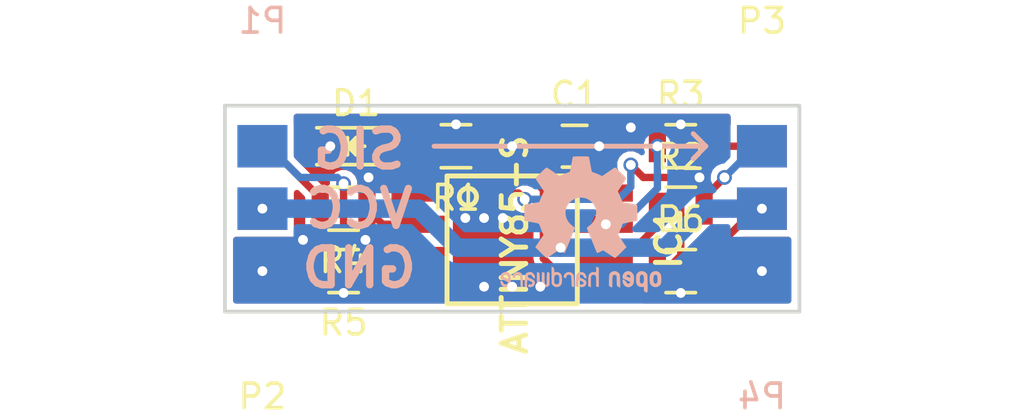
<source format=kicad_pcb>
(kicad_pcb (version 4) (host pcbnew 4.0.2+dfsg1-stable)

  (general
    (links 23)
    (no_connects 0)
    (area 124.892999 61.773999 148.411001 70.306001)
    (thickness 1.6)
    (drawings 8)
    (tracks 127)
    (zones 0)
    (modules 14)
    (nets 14)
  )

  (page A4)
  (layers
    (0 F.Cu signal)
    (31 B.Cu signal)
    (32 B.Adhes user)
    (33 F.Adhes user)
    (34 B.Paste user)
    (35 F.Paste user)
    (36 B.SilkS user hide)
    (37 F.SilkS user)
    (38 B.Mask user)
    (39 F.Mask user)
    (40 Dwgs.User user)
    (41 Cmts.User user)
    (42 Eco1.User user)
    (43 Eco2.User user)
    (44 Edge.Cuts user)
    (45 Margin user)
    (46 B.CrtYd user)
    (47 F.CrtYd user)
    (48 B.Fab user)
    (49 F.Fab user)
  )

  (setup
    (last_trace_width 0.3)
    (trace_clearance 0.2)
    (zone_clearance 0.254)
    (zone_45_only yes)
    (trace_min 0.2)
    (segment_width 0.2)
    (edge_width 0.15)
    (via_size 0.6)
    (via_drill 0.4)
    (via_min_size 0.4)
    (via_min_drill 0.3)
    (uvia_size 0.3)
    (uvia_drill 0.1)
    (uvias_allowed no)
    (uvia_min_size 0.2)
    (uvia_min_drill 0.1)
    (pcb_text_width 0.3)
    (pcb_text_size 1.5 1.5)
    (mod_edge_width 0.15)
    (mod_text_size 1 1)
    (mod_text_width 0.15)
    (pad_size 2.032 1.7272)
    (pad_drill 0)
    (pad_to_mask_clearance 0.2)
    (aux_axis_origin 0 0)
    (visible_elements 7FFFFFFF)
    (pcbplotparams
      (layerselection 0x010f0_80000001)
      (usegerberextensions true)
      (excludeedgelayer true)
      (linewidth 0.100000)
      (plotframeref false)
      (viasonmask false)
      (mode 1)
      (useauxorigin false)
      (hpglpennumber 1)
      (hpglpenspeed 20)
      (hpglpendiameter 15)
      (hpglpenoverlay 2)
      (psnegative false)
      (psa4output false)
      (plotreference false)
      (plotvalue false)
      (plotinvisibletext false)
      (padsonsilk false)
      (subtractmaskfromsilk false)
      (outputformat 1)
      (mirror false)
      (drillshape 0)
      (scaleselection 1)
      (outputdirectory gerbers/))
  )

  (net 0 "")
  (net 1 VCC)
  (net 2 GND)
  (net 3 "Net-(D1-Pad2)")
  (net 4 "Net-(IC1-Pad7)")
  (net 5 "Net-(IC1-Pad6)")
  (net 6 "Net-(IC1-Pad5)")
  (net 7 "Net-(IC1-Pad3)")
  (net 8 "Net-(IC1-Pad2)")
  (net 9 "Net-(IC1-Pad1)")
  (net 10 IN2)
  (net 11 IN1)
  (net 12 OUT2)
  (net 13 OUT1)

  (net_class Default "This is the default net class."
    (clearance 0.2)
    (trace_width 0.3)
    (via_dia 0.6)
    (via_drill 0.4)
    (uvia_dia 0.3)
    (uvia_drill 0.1)
    (add_net GND)
    (add_net IN1)
    (add_net IN2)
    (add_net "Net-(D1-Pad2)")
    (add_net "Net-(IC1-Pad1)")
    (add_net "Net-(IC1-Pad2)")
    (add_net "Net-(IC1-Pad3)")
    (add_net "Net-(IC1-Pad5)")
    (add_net "Net-(IC1-Pad6)")
    (add_net "Net-(IC1-Pad7)")
    (add_net OUT1)
    (add_net OUT2)
  )

  (net_class PWR ""
    (clearance 0.2)
    (trace_width 0.75)
    (via_dia 0.6)
    (via_drill 0.4)
    (uvia_dia 0.3)
    (uvia_drill 0.1)
    (add_net VCC)
  )

  (module Symbols:OSHW-Logo2_7.3x6mm_SilkScreen (layer B.Cu) (tedit 0) (tstamp 57B9F927)
    (at 139.446 66.675 180)
    (descr "Open Source Hardware Symbol")
    (tags "Logo Symbol OSHW")
    (attr virtual)
    (fp_text reference REF*** (at 0 0 180) (layer B.SilkS) hide
      (effects (font (size 1 1) (thickness 0.15)) (justify mirror))
    )
    (fp_text value OSHW-Logo2_7.3x6mm_SilkScreen (at 0.75 0 180) (layer B.Fab) hide
      (effects (font (size 1 1) (thickness 0.15)) (justify mirror))
    )
    (fp_poly (pts (xy -2.400256 -1.919918) (xy -2.344799 -1.947568) (xy -2.295852 -1.99848) (xy -2.282371 -2.017338)
      (xy -2.267686 -2.042015) (xy -2.258158 -2.068816) (xy -2.252707 -2.104587) (xy -2.250253 -2.156169)
      (xy -2.249714 -2.224267) (xy -2.252148 -2.317588) (xy -2.260606 -2.387657) (xy -2.276826 -2.439931)
      (xy -2.302546 -2.479869) (xy -2.339503 -2.512929) (xy -2.342218 -2.514886) (xy -2.37864 -2.534908)
      (xy -2.422498 -2.544815) (xy -2.478276 -2.547257) (xy -2.568952 -2.547257) (xy -2.56899 -2.635283)
      (xy -2.569834 -2.684308) (xy -2.574976 -2.713065) (xy -2.588413 -2.730311) (xy -2.614142 -2.744808)
      (xy -2.620321 -2.747769) (xy -2.649236 -2.761648) (xy -2.671624 -2.770414) (xy -2.688271 -2.771171)
      (xy -2.699964 -2.761023) (xy -2.70749 -2.737073) (xy -2.711634 -2.696426) (xy -2.713185 -2.636186)
      (xy -2.712929 -2.553455) (xy -2.711651 -2.445339) (xy -2.711252 -2.413) (xy -2.709815 -2.301524)
      (xy -2.708528 -2.228603) (xy -2.569029 -2.228603) (xy -2.568245 -2.290499) (xy -2.56476 -2.330997)
      (xy -2.556876 -2.357708) (xy -2.542895 -2.378244) (xy -2.533403 -2.38826) (xy -2.494596 -2.417567)
      (xy -2.460237 -2.419952) (xy -2.424784 -2.39575) (xy -2.423886 -2.394857) (xy -2.409461 -2.376153)
      (xy -2.400687 -2.350732) (xy -2.396261 -2.311584) (xy -2.394882 -2.251697) (xy -2.394857 -2.23843)
      (xy -2.398188 -2.155901) (xy -2.409031 -2.098691) (xy -2.42866 -2.063766) (xy -2.45835 -2.048094)
      (xy -2.475509 -2.046514) (xy -2.516234 -2.053926) (xy -2.544168 -2.07833) (xy -2.560983 -2.12298)
      (xy -2.56835 -2.19113) (xy -2.569029 -2.228603) (xy -2.708528 -2.228603) (xy -2.708292 -2.215245)
      (xy -2.706323 -2.150333) (xy -2.70355 -2.102958) (xy -2.699612 -2.06929) (xy -2.694151 -2.045498)
      (xy -2.686808 -2.027753) (xy -2.677223 -2.012224) (xy -2.673113 -2.006381) (xy -2.618595 -1.951185)
      (xy -2.549664 -1.91989) (xy -2.469928 -1.911165) (xy -2.400256 -1.919918)) (layer B.SilkS) (width 0.01))
    (fp_poly (pts (xy -1.283907 -1.92778) (xy -1.237328 -1.954723) (xy -1.204943 -1.981466) (xy -1.181258 -2.009484)
      (xy -1.164941 -2.043748) (xy -1.154661 -2.089227) (xy -1.149086 -2.150892) (xy -1.146884 -2.233711)
      (xy -1.146629 -2.293246) (xy -1.146629 -2.512391) (xy -1.208314 -2.540044) (xy -1.27 -2.567697)
      (xy -1.277257 -2.32767) (xy -1.280256 -2.238028) (xy -1.283402 -2.172962) (xy -1.287299 -2.128026)
      (xy -1.292553 -2.09877) (xy -1.299769 -2.080748) (xy -1.30955 -2.069511) (xy -1.312688 -2.067079)
      (xy -1.360239 -2.048083) (xy -1.408303 -2.0556) (xy -1.436914 -2.075543) (xy -1.448553 -2.089675)
      (xy -1.456609 -2.10822) (xy -1.461729 -2.136334) (xy -1.464559 -2.179173) (xy -1.465744 -2.241895)
      (xy -1.465943 -2.307261) (xy -1.465982 -2.389268) (xy -1.467386 -2.447316) (xy -1.472086 -2.486465)
      (xy -1.482013 -2.51178) (xy -1.499097 -2.528323) (xy -1.525268 -2.541156) (xy -1.560225 -2.554491)
      (xy -1.598404 -2.569007) (xy -1.593859 -2.311389) (xy -1.592029 -2.218519) (xy -1.589888 -2.149889)
      (xy -1.586819 -2.100711) (xy -1.582206 -2.066198) (xy -1.575432 -2.041562) (xy -1.565881 -2.022016)
      (xy -1.554366 -2.00477) (xy -1.49881 -1.94968) (xy -1.43102 -1.917822) (xy -1.357287 -1.910191)
      (xy -1.283907 -1.92778)) (layer B.SilkS) (width 0.01))
    (fp_poly (pts (xy -2.958885 -1.921962) (xy -2.890855 -1.957733) (xy -2.840649 -2.015301) (xy -2.822815 -2.052312)
      (xy -2.808937 -2.107882) (xy -2.801833 -2.178096) (xy -2.80116 -2.254727) (xy -2.806573 -2.329552)
      (xy -2.81773 -2.394342) (xy -2.834286 -2.440873) (xy -2.839374 -2.448887) (xy -2.899645 -2.508707)
      (xy -2.971231 -2.544535) (xy -3.048908 -2.55502) (xy -3.127452 -2.53881) (xy -3.149311 -2.529092)
      (xy -3.191878 -2.499143) (xy -3.229237 -2.459433) (xy -3.232768 -2.454397) (xy -3.247119 -2.430124)
      (xy -3.256606 -2.404178) (xy -3.26221 -2.370022) (xy -3.264914 -2.321119) (xy -3.265701 -2.250935)
      (xy -3.265714 -2.2352) (xy -3.265678 -2.230192) (xy -3.120571 -2.230192) (xy -3.119727 -2.29643)
      (xy -3.116404 -2.340386) (xy -3.109417 -2.368779) (xy -3.097584 -2.388325) (xy -3.091543 -2.394857)
      (xy -3.056814 -2.41968) (xy -3.023097 -2.418548) (xy -2.989005 -2.397016) (xy -2.968671 -2.374029)
      (xy -2.956629 -2.340478) (xy -2.949866 -2.287569) (xy -2.949402 -2.281399) (xy -2.948248 -2.185513)
      (xy -2.960312 -2.114299) (xy -2.98543 -2.068194) (xy -3.02344 -2.047635) (xy -3.037008 -2.046514)
      (xy -3.072636 -2.052152) (xy -3.097006 -2.071686) (xy -3.111907 -2.109042) (xy -3.119125 -2.16815)
      (xy -3.120571 -2.230192) (xy -3.265678 -2.230192) (xy -3.265174 -2.160413) (xy -3.262904 -2.108159)
      (xy -3.257932 -2.071949) (xy -3.249287 -2.045299) (xy -3.235995 -2.021722) (xy -3.233057 -2.017338)
      (xy -3.183687 -1.958249) (xy -3.129891 -1.923947) (xy -3.064398 -1.910331) (xy -3.042158 -1.909665)
      (xy -2.958885 -1.921962)) (layer B.SilkS) (width 0.01))
    (fp_poly (pts (xy -1.831697 -1.931239) (xy -1.774473 -1.969735) (xy -1.730251 -2.025335) (xy -1.703833 -2.096086)
      (xy -1.69849 -2.148162) (xy -1.699097 -2.169893) (xy -1.704178 -2.186531) (xy -1.718145 -2.201437)
      (xy -1.745411 -2.217973) (xy -1.790388 -2.239498) (xy -1.857489 -2.269374) (xy -1.857829 -2.269524)
      (xy -1.919593 -2.297813) (xy -1.970241 -2.322933) (xy -2.004596 -2.342179) (xy -2.017482 -2.352848)
      (xy -2.017486 -2.352934) (xy -2.006128 -2.376166) (xy -1.979569 -2.401774) (xy -1.949077 -2.420221)
      (xy -1.93363 -2.423886) (xy -1.891485 -2.411212) (xy -1.855192 -2.379471) (xy -1.837483 -2.344572)
      (xy -1.820448 -2.318845) (xy -1.787078 -2.289546) (xy -1.747851 -2.264235) (xy -1.713244 -2.250471)
      (xy -1.706007 -2.249714) (xy -1.697861 -2.26216) (xy -1.69737 -2.293972) (xy -1.703357 -2.336866)
      (xy -1.714643 -2.382558) (xy -1.73005 -2.422761) (xy -1.730829 -2.424322) (xy -1.777196 -2.489062)
      (xy -1.837289 -2.533097) (xy -1.905535 -2.554711) (xy -1.976362 -2.552185) (xy -2.044196 -2.523804)
      (xy -2.047212 -2.521808) (xy -2.100573 -2.473448) (xy -2.13566 -2.410352) (xy -2.155078 -2.327387)
      (xy -2.157684 -2.304078) (xy -2.162299 -2.194055) (xy -2.156767 -2.142748) (xy -2.017486 -2.142748)
      (xy -2.015676 -2.174753) (xy -2.005778 -2.184093) (xy -1.981102 -2.177105) (xy -1.942205 -2.160587)
      (xy -1.898725 -2.139881) (xy -1.897644 -2.139333) (xy -1.860791 -2.119949) (xy -1.846 -2.107013)
      (xy -1.849647 -2.093451) (xy -1.865005 -2.075632) (xy -1.904077 -2.049845) (xy -1.946154 -2.04795)
      (xy -1.983897 -2.066717) (xy -2.009966 -2.102915) (xy -2.017486 -2.142748) (xy -2.156767 -2.142748)
      (xy -2.152806 -2.106027) (xy -2.12845 -2.036212) (xy -2.094544 -1.987302) (xy -2.033347 -1.937878)
      (xy -1.965937 -1.913359) (xy -1.89712 -1.911797) (xy -1.831697 -1.931239)) (layer B.SilkS) (width 0.01))
    (fp_poly (pts (xy -0.624114 -1.851289) (xy -0.619861 -1.910613) (xy -0.614975 -1.945572) (xy -0.608205 -1.96082)
      (xy -0.598298 -1.961015) (xy -0.595086 -1.959195) (xy -0.552356 -1.946015) (xy -0.496773 -1.946785)
      (xy -0.440263 -1.960333) (xy -0.404918 -1.977861) (xy -0.368679 -2.005861) (xy -0.342187 -2.037549)
      (xy -0.324001 -2.077813) (xy -0.312678 -2.131543) (xy -0.306778 -2.203626) (xy -0.304857 -2.298951)
      (xy -0.304823 -2.317237) (xy -0.3048 -2.522646) (xy -0.350509 -2.53858) (xy -0.382973 -2.54942)
      (xy -0.400785 -2.554468) (xy -0.401309 -2.554514) (xy -0.403063 -2.540828) (xy -0.404556 -2.503076)
      (xy -0.405674 -2.446224) (xy -0.406303 -2.375234) (xy -0.4064 -2.332073) (xy -0.406602 -2.246973)
      (xy -0.407642 -2.185981) (xy -0.410169 -2.144177) (xy -0.414836 -2.116642) (xy -0.422293 -2.098456)
      (xy -0.433189 -2.084698) (xy -0.439993 -2.078073) (xy -0.486728 -2.051375) (xy -0.537728 -2.049375)
      (xy -0.583999 -2.071955) (xy -0.592556 -2.080107) (xy -0.605107 -2.095436) (xy -0.613812 -2.113618)
      (xy -0.619369 -2.139909) (xy -0.622474 -2.179562) (xy -0.623824 -2.237832) (xy -0.624114 -2.318173)
      (xy -0.624114 -2.522646) (xy -0.669823 -2.53858) (xy -0.702287 -2.54942) (xy -0.720099 -2.554468)
      (xy -0.720623 -2.554514) (xy -0.721963 -2.540623) (xy -0.723172 -2.501439) (xy -0.724199 -2.4407)
      (xy -0.724998 -2.362141) (xy -0.725519 -2.269498) (xy -0.725714 -2.166509) (xy -0.725714 -1.769342)
      (xy -0.678543 -1.749444) (xy -0.631371 -1.729547) (xy -0.624114 -1.851289)) (layer B.SilkS) (width 0.01))
    (fp_poly (pts (xy 0.039744 -1.950968) (xy 0.096616 -1.972087) (xy 0.097267 -1.972493) (xy 0.13244 -1.99838)
      (xy 0.158407 -2.028633) (xy 0.17667 -2.068058) (xy 0.188732 -2.121462) (xy 0.196096 -2.193651)
      (xy 0.200264 -2.289432) (xy 0.200629 -2.303078) (xy 0.205876 -2.508842) (xy 0.161716 -2.531678)
      (xy 0.129763 -2.54711) (xy 0.11047 -2.554423) (xy 0.109578 -2.554514) (xy 0.106239 -2.541022)
      (xy 0.103587 -2.504626) (xy 0.101956 -2.451452) (xy 0.1016 -2.408393) (xy 0.101592 -2.338641)
      (xy 0.098403 -2.294837) (xy 0.087288 -2.273944) (xy 0.063501 -2.272925) (xy 0.022296 -2.288741)
      (xy -0.039914 -2.317815) (xy -0.085659 -2.341963) (xy -0.109187 -2.362913) (xy -0.116104 -2.385747)
      (xy -0.116114 -2.386877) (xy -0.104701 -2.426212) (xy -0.070908 -2.447462) (xy -0.019191 -2.450539)
      (xy 0.018061 -2.450006) (xy 0.037703 -2.460735) (xy 0.049952 -2.486505) (xy 0.057002 -2.519337)
      (xy 0.046842 -2.537966) (xy 0.043017 -2.540632) (xy 0.007001 -2.55134) (xy -0.043434 -2.552856)
      (xy -0.095374 -2.545759) (xy -0.132178 -2.532788) (xy -0.183062 -2.489585) (xy -0.211986 -2.429446)
      (xy -0.217714 -2.382462) (xy -0.213343 -2.340082) (xy -0.197525 -2.305488) (xy -0.166203 -2.274763)
      (xy -0.115322 -2.24399) (xy -0.040824 -2.209252) (xy -0.036286 -2.207288) (xy 0.030821 -2.176287)
      (xy 0.072232 -2.150862) (xy 0.089981 -2.128014) (xy 0.086107 -2.104745) (xy 0.062643 -2.078056)
      (xy 0.055627 -2.071914) (xy 0.00863 -2.0481) (xy -0.040067 -2.049103) (xy -0.082478 -2.072451)
      (xy -0.110616 -2.115675) (xy -0.113231 -2.12416) (xy -0.138692 -2.165308) (xy -0.170999 -2.185128)
      (xy -0.217714 -2.20477) (xy -0.217714 -2.15395) (xy -0.203504 -2.080082) (xy -0.161325 -2.012327)
      (xy -0.139376 -1.989661) (xy -0.089483 -1.960569) (xy -0.026033 -1.9474) (xy 0.039744 -1.950968)) (layer B.SilkS) (width 0.01))
    (fp_poly (pts (xy 0.529926 -1.949755) (xy 0.595858 -1.974084) (xy 0.649273 -2.017117) (xy 0.670164 -2.047409)
      (xy 0.692939 -2.102994) (xy 0.692466 -2.143186) (xy 0.668562 -2.170217) (xy 0.659717 -2.174813)
      (xy 0.62153 -2.189144) (xy 0.602028 -2.185472) (xy 0.595422 -2.161407) (xy 0.595086 -2.148114)
      (xy 0.582992 -2.09921) (xy 0.551471 -2.064999) (xy 0.507659 -2.048476) (xy 0.458695 -2.052634)
      (xy 0.418894 -2.074227) (xy 0.40545 -2.086544) (xy 0.395921 -2.101487) (xy 0.389485 -2.124075)
      (xy 0.385317 -2.159328) (xy 0.382597 -2.212266) (xy 0.380502 -2.287907) (xy 0.37996 -2.311857)
      (xy 0.377981 -2.39379) (xy 0.375731 -2.451455) (xy 0.372357 -2.489608) (xy 0.367006 -2.513004)
      (xy 0.358824 -2.526398) (xy 0.346959 -2.534545) (xy 0.339362 -2.538144) (xy 0.307102 -2.550452)
      (xy 0.288111 -2.554514) (xy 0.281836 -2.540948) (xy 0.278006 -2.499934) (xy 0.2766 -2.430999)
      (xy 0.277598 -2.333669) (xy 0.277908 -2.318657) (xy 0.280101 -2.229859) (xy 0.282693 -2.165019)
      (xy 0.286382 -2.119067) (xy 0.291864 -2.086935) (xy 0.299835 -2.063553) (xy 0.310993 -2.043852)
      (xy 0.31683 -2.03541) (xy 0.350296 -1.998057) (xy 0.387727 -1.969003) (xy 0.392309 -1.966467)
      (xy 0.459426 -1.946443) (xy 0.529926 -1.949755)) (layer B.SilkS) (width 0.01))
    (fp_poly (pts (xy 1.190117 -2.065358) (xy 1.189933 -2.173837) (xy 1.189219 -2.257287) (xy 1.187675 -2.319704)
      (xy 1.185001 -2.365085) (xy 1.180894 -2.397429) (xy 1.175055 -2.420733) (xy 1.167182 -2.438995)
      (xy 1.161221 -2.449418) (xy 1.111855 -2.505945) (xy 1.049264 -2.541377) (xy 0.980013 -2.55409)
      (xy 0.910668 -2.542463) (xy 0.869375 -2.521568) (xy 0.826025 -2.485422) (xy 0.796481 -2.441276)
      (xy 0.778655 -2.383462) (xy 0.770463 -2.306313) (xy 0.769302 -2.249714) (xy 0.769458 -2.245647)
      (xy 0.870857 -2.245647) (xy 0.871476 -2.31055) (xy 0.874314 -2.353514) (xy 0.88084 -2.381622)
      (xy 0.892523 -2.401953) (xy 0.906483 -2.417288) (xy 0.953365 -2.44689) (xy 1.003701 -2.449419)
      (xy 1.051276 -2.424705) (xy 1.054979 -2.421356) (xy 1.070783 -2.403935) (xy 1.080693 -2.383209)
      (xy 1.086058 -2.352362) (xy 1.088228 -2.304577) (xy 1.088571 -2.251748) (xy 1.087827 -2.185381)
      (xy 1.084748 -2.141106) (xy 1.078061 -2.112009) (xy 1.066496 -2.091173) (xy 1.057013 -2.080107)
      (xy 1.01296 -2.052198) (xy 0.962224 -2.048843) (xy 0.913796 -2.070159) (xy 0.90445 -2.078073)
      (xy 0.88854 -2.095647) (xy 0.87861 -2.116587) (xy 0.873278 -2.147782) (xy 0.871163 -2.196122)
      (xy 0.870857 -2.245647) (xy 0.769458 -2.245647) (xy 0.77281 -2.158568) (xy 0.784726 -2.090086)
      (xy 0.807135 -2.0386) (xy 0.842124 -1.998443) (xy 0.869375 -1.977861) (xy 0.918907 -1.955625)
      (xy 0.976316 -1.945304) (xy 1.029682 -1.948067) (xy 1.059543 -1.959212) (xy 1.071261 -1.962383)
      (xy 1.079037 -1.950557) (xy 1.084465 -1.918866) (xy 1.088571 -1.870593) (xy 1.093067 -1.816829)
      (xy 1.099313 -1.784482) (xy 1.110676 -1.765985) (xy 1.130528 -1.75377) (xy 1.143 -1.748362)
      (xy 1.190171 -1.728601) (xy 1.190117 -2.065358)) (layer B.SilkS) (width 0.01))
    (fp_poly (pts (xy 1.779833 -1.958663) (xy 1.782048 -1.99685) (xy 1.783784 -2.054886) (xy 1.784899 -2.12818)
      (xy 1.785257 -2.205055) (xy 1.785257 -2.465196) (xy 1.739326 -2.511127) (xy 1.707675 -2.539429)
      (xy 1.67989 -2.550893) (xy 1.641915 -2.550168) (xy 1.62684 -2.548321) (xy 1.579726 -2.542948)
      (xy 1.540756 -2.539869) (xy 1.531257 -2.539585) (xy 1.499233 -2.541445) (xy 1.453432 -2.546114)
      (xy 1.435674 -2.548321) (xy 1.392057 -2.551735) (xy 1.362745 -2.54432) (xy 1.33368 -2.521427)
      (xy 1.323188 -2.511127) (xy 1.277257 -2.465196) (xy 1.277257 -1.978602) (xy 1.314226 -1.961758)
      (xy 1.346059 -1.949282) (xy 1.364683 -1.944914) (xy 1.369458 -1.958718) (xy 1.373921 -1.997286)
      (xy 1.377775 -2.056356) (xy 1.380722 -2.131663) (xy 1.382143 -2.195286) (xy 1.386114 -2.445657)
      (xy 1.420759 -2.450556) (xy 1.452268 -2.447131) (xy 1.467708 -2.436041) (xy 1.472023 -2.415308)
      (xy 1.475708 -2.371145) (xy 1.478469 -2.309146) (xy 1.480012 -2.234909) (xy 1.480235 -2.196706)
      (xy 1.480457 -1.976783) (xy 1.526166 -1.960849) (xy 1.558518 -1.950015) (xy 1.576115 -1.944962)
      (xy 1.576623 -1.944914) (xy 1.578388 -1.958648) (xy 1.580329 -1.99673) (xy 1.582282 -2.054482)
      (xy 1.584084 -2.127227) (xy 1.585343 -2.195286) (xy 1.589314 -2.445657) (xy 1.6764 -2.445657)
      (xy 1.680396 -2.21724) (xy 1.684392 -1.988822) (xy 1.726847 -1.966868) (xy 1.758192 -1.951793)
      (xy 1.776744 -1.944951) (xy 1.777279 -1.944914) (xy 1.779833 -1.958663)) (layer B.SilkS) (width 0.01))
    (fp_poly (pts (xy 2.144876 -1.956335) (xy 2.186667 -1.975344) (xy 2.219469 -1.998378) (xy 2.243503 -2.024133)
      (xy 2.260097 -2.057358) (xy 2.270577 -2.1028) (xy 2.276271 -2.165207) (xy 2.278507 -2.249327)
      (xy 2.278743 -2.304721) (xy 2.278743 -2.520826) (xy 2.241774 -2.53767) (xy 2.212656 -2.549981)
      (xy 2.198231 -2.554514) (xy 2.195472 -2.541025) (xy 2.193282 -2.504653) (xy 2.191942 -2.451542)
      (xy 2.191657 -2.409372) (xy 2.190434 -2.348447) (xy 2.187136 -2.300115) (xy 2.182321 -2.270518)
      (xy 2.178496 -2.264229) (xy 2.152783 -2.270652) (xy 2.112418 -2.287125) (xy 2.065679 -2.309458)
      (xy 2.020845 -2.333457) (xy 1.986193 -2.35493) (xy 1.970002 -2.369685) (xy 1.969938 -2.369845)
      (xy 1.97133 -2.397152) (xy 1.983818 -2.423219) (xy 2.005743 -2.444392) (xy 2.037743 -2.451474)
      (xy 2.065092 -2.450649) (xy 2.103826 -2.450042) (xy 2.124158 -2.459116) (xy 2.136369 -2.483092)
      (xy 2.137909 -2.487613) (xy 2.143203 -2.521806) (xy 2.129047 -2.542568) (xy 2.092148 -2.552462)
      (xy 2.052289 -2.554292) (xy 1.980562 -2.540727) (xy 1.943432 -2.521355) (xy 1.897576 -2.475845)
      (xy 1.873256 -2.419983) (xy 1.871073 -2.360957) (xy 1.891629 -2.305953) (xy 1.922549 -2.271486)
      (xy 1.95342 -2.252189) (xy 2.001942 -2.227759) (xy 2.058485 -2.202985) (xy 2.06791 -2.199199)
      (xy 2.130019 -2.171791) (xy 2.165822 -2.147634) (xy 2.177337 -2.123619) (xy 2.16658 -2.096635)
      (xy 2.148114 -2.075543) (xy 2.104469 -2.049572) (xy 2.056446 -2.047624) (xy 2.012406 -2.067637)
      (xy 1.980709 -2.107551) (xy 1.976549 -2.117848) (xy 1.952327 -2.155724) (xy 1.916965 -2.183842)
      (xy 1.872343 -2.206917) (xy 1.872343 -2.141485) (xy 1.874969 -2.101506) (xy 1.88623 -2.069997)
      (xy 1.911199 -2.036378) (xy 1.935169 -2.010484) (xy 1.972441 -1.973817) (xy 2.001401 -1.954121)
      (xy 2.032505 -1.94622) (xy 2.067713 -1.944914) (xy 2.144876 -1.956335)) (layer B.SilkS) (width 0.01))
    (fp_poly (pts (xy 2.6526 -1.958752) (xy 2.669948 -1.966334) (xy 2.711356 -1.999128) (xy 2.746765 -2.046547)
      (xy 2.768664 -2.097151) (xy 2.772229 -2.122098) (xy 2.760279 -2.156927) (xy 2.734067 -2.175357)
      (xy 2.705964 -2.186516) (xy 2.693095 -2.188572) (xy 2.686829 -2.173649) (xy 2.674456 -2.141175)
      (xy 2.669028 -2.126502) (xy 2.63859 -2.075744) (xy 2.59452 -2.050427) (xy 2.53801 -2.051206)
      (xy 2.533825 -2.052203) (xy 2.503655 -2.066507) (xy 2.481476 -2.094393) (xy 2.466327 -2.139287)
      (xy 2.45725 -2.204615) (xy 2.453286 -2.293804) (xy 2.452914 -2.341261) (xy 2.45273 -2.416071)
      (xy 2.451522 -2.467069) (xy 2.448309 -2.499471) (xy 2.442109 -2.518495) (xy 2.43194 -2.529356)
      (xy 2.416819 -2.537272) (xy 2.415946 -2.53767) (xy 2.386828 -2.549981) (xy 2.372403 -2.554514)
      (xy 2.370186 -2.540809) (xy 2.368289 -2.502925) (xy 2.366847 -2.445715) (xy 2.365998 -2.374027)
      (xy 2.365829 -2.321565) (xy 2.366692 -2.220047) (xy 2.37007 -2.143032) (xy 2.377142 -2.086023)
      (xy 2.389088 -2.044526) (xy 2.40709 -2.014043) (xy 2.432327 -1.99008) (xy 2.457247 -1.973355)
      (xy 2.517171 -1.951097) (xy 2.586911 -1.946076) (xy 2.6526 -1.958752)) (layer B.SilkS) (width 0.01))
    (fp_poly (pts (xy 3.153595 -1.966966) (xy 3.211021 -2.004497) (xy 3.238719 -2.038096) (xy 3.260662 -2.099064)
      (xy 3.262405 -2.147308) (xy 3.258457 -2.211816) (xy 3.109686 -2.276934) (xy 3.037349 -2.310202)
      (xy 2.990084 -2.336964) (xy 2.965507 -2.360144) (xy 2.961237 -2.382667) (xy 2.974889 -2.407455)
      (xy 2.989943 -2.423886) (xy 3.033746 -2.450235) (xy 3.081389 -2.452081) (xy 3.125145 -2.431546)
      (xy 3.157289 -2.390752) (xy 3.163038 -2.376347) (xy 3.190576 -2.331356) (xy 3.222258 -2.312182)
      (xy 3.265714 -2.295779) (xy 3.265714 -2.357966) (xy 3.261872 -2.400283) (xy 3.246823 -2.435969)
      (xy 3.21528 -2.476943) (xy 3.210592 -2.482267) (xy 3.175506 -2.51872) (xy 3.145347 -2.538283)
      (xy 3.107615 -2.547283) (xy 3.076335 -2.55023) (xy 3.020385 -2.550965) (xy 2.980555 -2.54166)
      (xy 2.955708 -2.527846) (xy 2.916656 -2.497467) (xy 2.889625 -2.464613) (xy 2.872517 -2.423294)
      (xy 2.863238 -2.367521) (xy 2.859693 -2.291305) (xy 2.85941 -2.252622) (xy 2.860372 -2.206247)
      (xy 2.948007 -2.206247) (xy 2.949023 -2.231126) (xy 2.951556 -2.2352) (xy 2.968274 -2.229665)
      (xy 3.004249 -2.215017) (xy 3.052331 -2.19419) (xy 3.062386 -2.189714) (xy 3.123152 -2.158814)
      (xy 3.156632 -2.131657) (xy 3.16399 -2.10622) (xy 3.146391 -2.080481) (xy 3.131856 -2.069109)
      (xy 3.07941 -2.046364) (xy 3.030322 -2.050122) (xy 2.989227 -2.077884) (xy 2.960758 -2.127152)
      (xy 2.951631 -2.166257) (xy 2.948007 -2.206247) (xy 2.860372 -2.206247) (xy 2.861285 -2.162249)
      (xy 2.868196 -2.095384) (xy 2.881884 -2.046695) (xy 2.904096 -2.010849) (xy 2.936574 -1.982513)
      (xy 2.950733 -1.973355) (xy 3.015053 -1.949507) (xy 3.085473 -1.948006) (xy 3.153595 -1.966966)) (layer B.SilkS) (width 0.01))
    (fp_poly (pts (xy 0.10391 2.757652) (xy 0.182454 2.757222) (xy 0.239298 2.756058) (xy 0.278105 2.753793)
      (xy 0.302538 2.75006) (xy 0.316262 2.744494) (xy 0.32294 2.736727) (xy 0.326236 2.726395)
      (xy 0.326556 2.725057) (xy 0.331562 2.700921) (xy 0.340829 2.653299) (xy 0.353392 2.587259)
      (xy 0.368287 2.507872) (xy 0.384551 2.420204) (xy 0.385119 2.417125) (xy 0.40141 2.331211)
      (xy 0.416652 2.255304) (xy 0.429861 2.193955) (xy 0.440054 2.151718) (xy 0.446248 2.133145)
      (xy 0.446543 2.132816) (xy 0.464788 2.123747) (xy 0.502405 2.108633) (xy 0.551271 2.090738)
      (xy 0.551543 2.090642) (xy 0.613093 2.067507) (xy 0.685657 2.038035) (xy 0.754057 2.008403)
      (xy 0.757294 2.006938) (xy 0.868702 1.956374) (xy 1.115399 2.12484) (xy 1.191077 2.176197)
      (xy 1.259631 2.222111) (xy 1.317088 2.25997) (xy 1.359476 2.287163) (xy 1.382825 2.301079)
      (xy 1.385042 2.302111) (xy 1.40201 2.297516) (xy 1.433701 2.275345) (xy 1.481352 2.234553)
      (xy 1.546198 2.174095) (xy 1.612397 2.109773) (xy 1.676214 2.046388) (xy 1.733329 1.988549)
      (xy 1.780305 1.939825) (xy 1.813703 1.90379) (xy 1.830085 1.884016) (xy 1.830694 1.882998)
      (xy 1.832505 1.869428) (xy 1.825683 1.847267) (xy 1.80854 1.813522) (xy 1.779393 1.7652)
      (xy 1.736555 1.699308) (xy 1.679448 1.614483) (xy 1.628766 1.539823) (xy 1.583461 1.47286)
      (xy 1.54615 1.417484) (xy 1.519452 1.37758) (xy 1.505985 1.357038) (xy 1.505137 1.355644)
      (xy 1.506781 1.335962) (xy 1.519245 1.297707) (xy 1.540048 1.248111) (xy 1.547462 1.232272)
      (xy 1.579814 1.16171) (xy 1.614328 1.081647) (xy 1.642365 1.012371) (xy 1.662568 0.960955)
      (xy 1.678615 0.921881) (xy 1.687888 0.901459) (xy 1.689041 0.899886) (xy 1.706096 0.897279)
      (xy 1.746298 0.890137) (xy 1.804302 0.879477) (xy 1.874763 0.866315) (xy 1.952335 0.851667)
      (xy 2.031672 0.836551) (xy 2.107431 0.821982) (xy 2.174264 0.808978) (xy 2.226828 0.798555)
      (xy 2.259776 0.79173) (xy 2.267857 0.789801) (xy 2.276205 0.785038) (xy 2.282506 0.774282)
      (xy 2.287045 0.753902) (xy 2.290104 0.720266) (xy 2.291967 0.669745) (xy 2.292918 0.598708)
      (xy 2.29324 0.503524) (xy 2.293257 0.464508) (xy 2.293257 0.147201) (xy 2.217057 0.132161)
      (xy 2.174663 0.124005) (xy 2.1114 0.112101) (xy 2.034962 0.097884) (xy 1.953043 0.08279)
      (xy 1.9304 0.078645) (xy 1.854806 0.063947) (xy 1.788953 0.049495) (xy 1.738366 0.036625)
      (xy 1.708574 0.026678) (xy 1.703612 0.023713) (xy 1.691426 0.002717) (xy 1.673953 -0.037967)
      (xy 1.654577 -0.090322) (xy 1.650734 -0.1016) (xy 1.625339 -0.171523) (xy 1.593817 -0.250418)
      (xy 1.562969 -0.321266) (xy 1.562817 -0.321595) (xy 1.511447 -0.432733) (xy 1.680399 -0.681253)
      (xy 1.849352 -0.929772) (xy 1.632429 -1.147058) (xy 1.566819 -1.211726) (xy 1.506979 -1.268733)
      (xy 1.456267 -1.315033) (xy 1.418046 -1.347584) (xy 1.395675 -1.363343) (xy 1.392466 -1.364343)
      (xy 1.373626 -1.356469) (xy 1.33518 -1.334578) (xy 1.28133 -1.301267) (xy 1.216276 -1.259131)
      (xy 1.14594 -1.211943) (xy 1.074555 -1.16381) (xy 1.010908 -1.121928) (xy 0.959041 -1.088871)
      (xy 0.922995 -1.067218) (xy 0.906867 -1.059543) (xy 0.887189 -1.066037) (xy 0.849875 -1.08315)
      (xy 0.802621 -1.107326) (xy 0.797612 -1.110013) (xy 0.733977 -1.141927) (xy 0.690341 -1.157579)
      (xy 0.663202 -1.157745) (xy 0.649057 -1.143204) (xy 0.648975 -1.143) (xy 0.641905 -1.125779)
      (xy 0.625042 -1.084899) (xy 0.599695 -1.023525) (xy 0.567171 -0.944819) (xy 0.528778 -0.851947)
      (xy 0.485822 -0.748072) (xy 0.444222 -0.647502) (xy 0.398504 -0.536516) (xy 0.356526 -0.433703)
      (xy 0.319548 -0.342215) (xy 0.288827 -0.265201) (xy 0.265622 -0.205815) (xy 0.25119 -0.167209)
      (xy 0.246743 -0.1528) (xy 0.257896 -0.136272) (xy 0.287069 -0.10993) (xy 0.325971 -0.080887)
      (xy 0.436757 0.010961) (xy 0.523351 0.116241) (xy 0.584716 0.232734) (xy 0.619815 0.358224)
      (xy 0.627608 0.490493) (xy 0.621943 0.551543) (xy 0.591078 0.678205) (xy 0.53792 0.790059)
      (xy 0.465767 0.885999) (xy 0.377917 0.964924) (xy 0.277665 1.02573) (xy 0.16831 1.067313)
      (xy 0.053147 1.088572) (xy -0.064525 1.088401) (xy -0.18141 1.065699) (xy -0.294211 1.019362)
      (xy -0.399631 0.948287) (xy -0.443632 0.908089) (xy -0.528021 0.804871) (xy -0.586778 0.692075)
      (xy -0.620296 0.57299) (xy -0.628965 0.450905) (xy -0.613177 0.329107) (xy -0.573322 0.210884)
      (xy -0.509793 0.099525) (xy -0.422979 -0.001684) (xy -0.325971 -0.080887) (xy -0.285563 -0.111162)
      (xy -0.257018 -0.137219) (xy -0.246743 -0.152825) (xy -0.252123 -0.169843) (xy -0.267425 -0.2105)
      (xy -0.291388 -0.271642) (xy -0.322756 -0.350119) (xy -0.360268 -0.44278) (xy -0.402667 -0.546472)
      (xy -0.444337 -0.647526) (xy -0.49031 -0.758607) (xy -0.532893 -0.861541) (xy -0.570779 -0.953165)
      (xy -0.60266 -1.030316) (xy -0.627229 -1.089831) (xy -0.64318 -1.128544) (xy -0.64909 -1.143)
      (xy -0.663052 -1.157685) (xy -0.69006 -1.157642) (xy -0.733587 -1.142099) (xy -0.79711 -1.110284)
      (xy -0.797612 -1.110013) (xy -0.84544 -1.085323) (xy -0.884103 -1.067338) (xy -0.905905 -1.059614)
      (xy -0.906867 -1.059543) (xy -0.923279 -1.067378) (xy -0.959513 -1.089165) (xy -1.011526 -1.122328)
      (xy -1.075275 -1.164291) (xy -1.14594 -1.211943) (xy -1.217884 -1.260191) (xy -1.282726 -1.302151)
      (xy -1.336265 -1.335227) (xy -1.374303 -1.356821) (xy -1.392467 -1.364343) (xy -1.409192 -1.354457)
      (xy -1.44282 -1.326826) (xy -1.48999 -1.284495) (xy -1.547342 -1.230505) (xy -1.611516 -1.167899)
      (xy -1.632503 -1.146983) (xy -1.849501 -0.929623) (xy -1.684332 -0.68722) (xy -1.634136 -0.612781)
      (xy -1.590081 -0.545972) (xy -1.554638 -0.490665) (xy -1.530281 -0.450729) (xy -1.519478 -0.430036)
      (xy -1.519162 -0.428563) (xy -1.524857 -0.409058) (xy -1.540174 -0.369822) (xy -1.562463 -0.31743)
      (xy -1.578107 -0.282355) (xy -1.607359 -0.215201) (xy -1.634906 -0.147358) (xy -1.656263 -0.090034)
      (xy -1.662065 -0.072572) (xy -1.678548 -0.025938) (xy -1.69466 0.010095) (xy -1.70351 0.023713)
      (xy -1.72304 0.032048) (xy -1.765666 0.043863) (xy -1.825855 0.057819) (xy -1.898078 0.072578)
      (xy -1.9304 0.078645) (xy -2.012478 0.093727) (xy -2.091205 0.108331) (xy -2.158891 0.12102)
      (xy -2.20784 0.130358) (xy -2.217057 0.132161) (xy -2.293257 0.147201) (xy -2.293257 0.464508)
      (xy -2.293086 0.568846) (xy -2.292384 0.647787) (xy -2.290866 0.704962) (xy -2.288251 0.744001)
      (xy -2.284254 0.768535) (xy -2.278591 0.782195) (xy -2.27098 0.788611) (xy -2.267857 0.789801)
      (xy -2.249022 0.79402) (xy -2.207412 0.802438) (xy -2.14837 0.814039) (xy -2.077243 0.827805)
      (xy -1.999375 0.84272) (xy -1.920113 0.857768) (xy -1.844802 0.871931) (xy -1.778787 0.884194)
      (xy -1.727413 0.893539) (xy -1.696025 0.89895) (xy -1.689041 0.899886) (xy -1.682715 0.912404)
      (xy -1.66871 0.945754) (xy -1.649645 0.993623) (xy -1.642366 1.012371) (xy -1.613004 1.084805)
      (xy -1.578429 1.16483) (xy -1.547463 1.232272) (xy -1.524677 1.283841) (xy -1.509518 1.326215)
      (xy -1.504458 1.352166) (xy -1.505264 1.355644) (xy -1.515959 1.372064) (xy -1.54038 1.408583)
      (xy -1.575905 1.461313) (xy -1.619913 1.526365) (xy -1.669783 1.599849) (xy -1.679644 1.614355)
      (xy -1.737508 1.700296) (xy -1.780044 1.765739) (xy -1.808946 1.813696) (xy -1.82591 1.84718)
      (xy -1.832633 1.869205) (xy -1.83081 1.882783) (xy -1.830764 1.882869) (xy -1.816414 1.900703)
      (xy -1.784677 1.935183) (xy -1.73899 1.982732) (xy -1.682796 2.039778) (xy -1.619532 2.102745)
      (xy -1.612398 2.109773) (xy -1.53267 2.18698) (xy -1.471143 2.24367) (xy -1.426579 2.28089)
      (xy -1.397743 2.299685) (xy -1.385042 2.302111) (xy -1.366506 2.291529) (xy -1.328039 2.267084)
      (xy -1.273614 2.231388) (xy -1.207202 2.187053) (xy -1.132775 2.136689) (xy -1.115399 2.12484)
      (xy -0.868703 1.956374) (xy -0.757294 2.006938) (xy -0.689543 2.036405) (xy -0.616817 2.066041)
      (xy -0.554297 2.08967) (xy -0.551543 2.090642) (xy -0.50264 2.108543) (xy -0.464943 2.12368)
      (xy -0.446575 2.13279) (xy -0.446544 2.132816) (xy -0.440715 2.149283) (xy -0.430808 2.189781)
      (xy -0.417805 2.249758) (xy -0.402691 2.32466) (xy -0.386448 2.409936) (xy -0.385119 2.417125)
      (xy -0.368825 2.504986) (xy -0.353867 2.58474) (xy -0.341209 2.651319) (xy -0.331814 2.699653)
      (xy -0.326646 2.724675) (xy -0.326556 2.725057) (xy -0.323411 2.735701) (xy -0.317296 2.743738)
      (xy -0.304547 2.749533) (xy -0.2815 2.753453) (xy -0.244491 2.755865) (xy -0.189856 2.757135)
      (xy -0.113933 2.757629) (xy -0.013056 2.757714) (xy 0 2.757714) (xy 0.10391 2.757652)) (layer B.SilkS) (width 0.01))
  )

  (module Pin_Headers:Pin_Header_Angled_1x03 (layer F.Cu) (tedit 57BB2270) (tstamp 57BAF001)
    (at 146.812 63.5)
    (descr "Through hole pin header")
    (tags "pin header")
    (path /57B8679F)
    (fp_text reference P3 (at 0 -5.1) (layer F.SilkS)
      (effects (font (size 1 1) (thickness 0.15)))
    )
    (fp_text value CONN_01X03 (at 0 -3.1) (layer F.Fab)
      (effects (font (size 1 1) (thickness 0.15)))
    )
    (fp_line (start -1.5 -1.75) (end -1.5 6.85) (layer F.CrtYd) (width 0.05))
    (fp_line (start 10.65 -1.75) (end 10.65 6.85) (layer F.CrtYd) (width 0.05))
    (fp_line (start -1.5 -1.75) (end 10.65 -1.75) (layer F.CrtYd) (width 0.05))
    (fp_line (start -1.5 6.85) (end 10.65 6.85) (layer F.CrtYd) (width 0.05))
    (fp_line (start -1.3 -1.55) (end -1.3 0) (layer Dwgs.User) (width 0.15))
    (fp_line (start 0 -1.55) (end -1.3 -1.55) (layer Dwgs.User) (width 0.15))
    (fp_line (start 4.191 -0.127) (end 10.033 -0.127) (layer Dwgs.User) (width 0.15))
    (fp_line (start 10.033 -0.127) (end 10.033 0.127) (layer Dwgs.User) (width 0.15))
    (fp_line (start 10.033 0.127) (end 4.191 0.127) (layer Dwgs.User) (width 0.15))
    (fp_line (start 4.191 0.127) (end 4.191 0) (layer Dwgs.User) (width 0.15))
    (fp_line (start 4.191 0) (end 10.033 0) (layer Dwgs.User) (width 0.15))
    (fp_line (start 1.524 -0.254) (end 1.143 -0.254) (layer Dwgs.User) (width 0.15))
    (fp_line (start 1.524 0.254) (end 1.143 0.254) (layer Dwgs.User) (width 0.15))
    (fp_line (start 1.524 2.286) (end 1.143 2.286) (layer Dwgs.User) (width 0.15))
    (fp_line (start 1.524 2.794) (end 1.143 2.794) (layer Dwgs.User) (width 0.15))
    (fp_line (start 1.524 4.826) (end 1.143 4.826) (layer Dwgs.User) (width 0.15))
    (fp_line (start 1.524 5.334) (end 1.143 5.334) (layer Dwgs.User) (width 0.15))
    (fp_line (start 4.064 1.27) (end 4.064 -1.27) (layer Dwgs.User) (width 0.15))
    (fp_line (start 10.16 0.254) (end 4.064 0.254) (layer Dwgs.User) (width 0.15))
    (fp_line (start 10.16 -0.254) (end 10.16 0.254) (layer Dwgs.User) (width 0.15))
    (fp_line (start 4.064 -0.254) (end 10.16 -0.254) (layer Dwgs.User) (width 0.15))
    (fp_line (start 1.524 1.27) (end 4.064 1.27) (layer Dwgs.User) (width 0.15))
    (fp_line (start 1.524 -1.27) (end 1.524 1.27) (layer Dwgs.User) (width 0.15))
    (fp_line (start 1.524 -1.27) (end 4.064 -1.27) (layer Dwgs.User) (width 0.15))
    (fp_line (start 1.524 3.81) (end 4.064 3.81) (layer Dwgs.User) (width 0.15))
    (fp_line (start 1.524 3.81) (end 1.524 6.35) (layer Dwgs.User) (width 0.15))
    (fp_line (start 4.064 4.826) (end 10.16 4.826) (layer Dwgs.User) (width 0.15))
    (fp_line (start 10.16 4.826) (end 10.16 5.334) (layer Dwgs.User) (width 0.15))
    (fp_line (start 10.16 5.334) (end 4.064 5.334) (layer Dwgs.User) (width 0.15))
    (fp_line (start 4.064 6.35) (end 4.064 3.81) (layer Dwgs.User) (width 0.15))
    (fp_line (start 4.064 3.81) (end 4.064 1.27) (layer Dwgs.User) (width 0.15))
    (fp_line (start 10.16 2.794) (end 4.064 2.794) (layer Dwgs.User) (width 0.15))
    (fp_line (start 10.16 2.286) (end 10.16 2.794) (layer Dwgs.User) (width 0.15))
    (fp_line (start 4.064 2.286) (end 10.16 2.286) (layer Dwgs.User) (width 0.15))
    (fp_line (start 1.524 3.81) (end 4.064 3.81) (layer Dwgs.User) (width 0.15))
    (fp_line (start 1.524 1.27) (end 1.524 3.81) (layer Dwgs.User) (width 0.15))
    (fp_line (start 1.524 1.27) (end 4.064 1.27) (layer Dwgs.User) (width 0.15))
    (fp_line (start 1.524 6.35) (end 4.064 6.35) (layer Dwgs.User) (width 0.15))
    (pad 1 smd rect (at 0 5.08) (size 2.032 1.7272) (layers F.Cu F.Paste F.Mask)
      (net 2 GND))
    (pad 2 smd rect (at 0 2.54) (size 2.032 1.7272) (layers F.Cu F.Paste F.Mask)
      (net 1 VCC))
    (pad 3 smd rect (at 0 0) (size 2.032 1.7272) (layers F.Cu F.Paste F.Mask)
      (net 12 OUT2))
    (model Pin_Headers.3dshapes/Pin_Header_Angled_1x03.wrl
      (at (xyz 0 -0.1 0))
      (scale (xyz 1 1 1))
      (rotate (xyz 0 0 90))
    )
  )

  (module Pin_Headers:Pin_Header_Angled_1x03 (layer B.Cu) (tedit 57BB21B9) (tstamp 57BAF02E)
    (at 146.812 68.58)
    (descr "Through hole pin header")
    (tags "pin header")
    (path /57B8680C)
    (fp_text reference P4 (at 0 5.1) (layer B.SilkS)
      (effects (font (size 1 1) (thickness 0.15)) (justify mirror))
    )
    (fp_text value CONN_01X03 (at 0 3.1) (layer B.Fab)
      (effects (font (size 1 1) (thickness 0.15)) (justify mirror))
    )
    (fp_line (start -1.5 1.75) (end -1.5 -6.85) (layer B.CrtYd) (width 0.05))
    (fp_line (start 10.65 1.75) (end 10.65 -6.85) (layer B.CrtYd) (width 0.05))
    (fp_line (start -1.5 1.75) (end 10.65 1.75) (layer B.CrtYd) (width 0.05))
    (fp_line (start -1.5 -6.85) (end 10.65 -6.85) (layer B.CrtYd) (width 0.05))
    (fp_line (start -1.3 1.55) (end -1.3 0) (layer Dwgs.User) (width 0.15))
    (fp_line (start 0 1.55) (end -1.3 1.55) (layer Dwgs.User) (width 0.15))
    (fp_line (start 4.191 0.127) (end 10.033 0.127) (layer Dwgs.User) (width 0.15))
    (fp_line (start 10.033 0.127) (end 10.033 -0.127) (layer Dwgs.User) (width 0.15))
    (fp_line (start 10.033 -0.127) (end 4.191 -0.127) (layer Dwgs.User) (width 0.15))
    (fp_line (start 4.191 -0.127) (end 4.191 0) (layer Dwgs.User) (width 0.15))
    (fp_line (start 4.191 0) (end 10.033 0) (layer Dwgs.User) (width 0.15))
    (fp_line (start 1.524 0.254) (end 1.143 0.254) (layer Dwgs.User) (width 0.15))
    (fp_line (start 1.524 -0.254) (end 1.143 -0.254) (layer Dwgs.User) (width 0.15))
    (fp_line (start 1.524 -2.286) (end 1.143 -2.286) (layer Dwgs.User) (width 0.15))
    (fp_line (start 1.524 -2.794) (end 1.143 -2.794) (layer Dwgs.User) (width 0.15))
    (fp_line (start 1.524 -4.826) (end 1.143 -4.826) (layer Dwgs.User) (width 0.15))
    (fp_line (start 1.524 -5.334) (end 1.143 -5.334) (layer Dwgs.User) (width 0.15))
    (fp_line (start 4.064 -1.27) (end 4.064 1.27) (layer Dwgs.User) (width 0.15))
    (fp_line (start 10.16 -0.254) (end 4.064 -0.254) (layer Dwgs.User) (width 0.15))
    (fp_line (start 10.16 0.254) (end 10.16 -0.254) (layer Dwgs.User) (width 0.15))
    (fp_line (start 4.064 0.254) (end 10.16 0.254) (layer Dwgs.User) (width 0.15))
    (fp_line (start 1.524 -1.27) (end 4.064 -1.27) (layer Dwgs.User) (width 0.15))
    (fp_line (start 1.524 1.27) (end 1.524 -1.27) (layer Dwgs.User) (width 0.15))
    (fp_line (start 1.524 1.27) (end 4.064 1.27) (layer Dwgs.User) (width 0.15))
    (fp_line (start 1.524 -3.81) (end 4.064 -3.81) (layer Dwgs.User) (width 0.15))
    (fp_line (start 1.524 -3.81) (end 1.524 -6.35) (layer Dwgs.User) (width 0.15))
    (fp_line (start 4.064 -4.826) (end 10.16 -4.826) (layer Dwgs.User) (width 0.15))
    (fp_line (start 10.16 -4.826) (end 10.16 -5.334) (layer Dwgs.User) (width 0.15))
    (fp_line (start 10.16 -5.334) (end 4.064 -5.334) (layer Dwgs.User) (width 0.15))
    (fp_line (start 4.064 -6.35) (end 4.064 -3.81) (layer Dwgs.User) (width 0.15))
    (fp_line (start 4.064 -3.81) (end 4.064 -1.27) (layer Dwgs.User) (width 0.15))
    (fp_line (start 10.16 -2.794) (end 4.064 -2.794) (layer Dwgs.User) (width 0.15))
    (fp_line (start 10.16 -2.286) (end 10.16 -2.794) (layer Dwgs.User) (width 0.15))
    (fp_line (start 4.064 -2.286) (end 10.16 -2.286) (layer Dwgs.User) (width 0.15))
    (fp_line (start 1.524 -3.81) (end 4.064 -3.81) (layer Dwgs.User) (width 0.15))
    (fp_line (start 1.524 -1.27) (end 1.524 -3.81) (layer Dwgs.User) (width 0.15))
    (fp_line (start 1.524 -1.27) (end 4.064 -1.27) (layer Dwgs.User) (width 0.15))
    (fp_line (start 1.524 -6.35) (end 4.064 -6.35) (layer Dwgs.User) (width 0.15))
    (pad 1 smd rect (at 0 0) (size 2.032 1.7272) (layers B.Cu B.Paste B.Mask)
      (net 2 GND))
    (pad 2 smd rect (at 0 -2.54) (size 2.032 1.7272) (layers B.Cu B.Paste B.Mask)
      (net 1 VCC))
    (pad 3 smd rect (at 0 -5.08) (size 2.032 1.7272) (layers B.Cu B.Paste B.Mask)
      (net 13 OUT1))
    (model Pin_Headers.3dshapes/Pin_Header_Angled_1x03.wrl
      (at (xyz 0 -0.1 0))
      (scale (xyz 1 1 1))
      (rotate (xyz 0 0 90))
    )
  )

  (module Pin_Headers:Pin_Header_Angled_1x03 (layer B.Cu) (tedit 57BB20D0) (tstamp 57BAF192)
    (at 126.492 63.5 180)
    (descr "Through hole pin header")
    (tags "pin header")
    (path /57B862DB)
    (fp_text reference P1 (at 0 5.1 180) (layer B.SilkS)
      (effects (font (size 1 1) (thickness 0.15)) (justify mirror))
    )
    (fp_text value CONN_01X03 (at 0 3.1 180) (layer B.Fab)
      (effects (font (size 1 1) (thickness 0.15)) (justify mirror))
    )
    (fp_line (start -1.5 1.75) (end -1.5 -6.85) (layer B.CrtYd) (width 0.05))
    (fp_line (start 10.65 1.75) (end 10.65 -6.85) (layer B.CrtYd) (width 0.05))
    (fp_line (start -1.5 1.75) (end 10.65 1.75) (layer B.CrtYd) (width 0.05))
    (fp_line (start -1.5 -6.85) (end 10.65 -6.85) (layer B.CrtYd) (width 0.05))
    (fp_line (start -1.3 1.55) (end -1.3 0) (layer Dwgs.User) (width 0.15))
    (fp_line (start 0 1.55) (end -1.3 1.55) (layer Dwgs.User) (width 0.15))
    (fp_line (start 4.191 0.127) (end 10.033 0.127) (layer Dwgs.User) (width 0.15))
    (fp_line (start 10.033 0.127) (end 10.033 -0.127) (layer Dwgs.User) (width 0.15))
    (fp_line (start 10.033 -0.127) (end 4.191 -0.127) (layer Dwgs.User) (width 0.15))
    (fp_line (start 4.191 -0.127) (end 4.191 0) (layer Dwgs.User) (width 0.15))
    (fp_line (start 4.191 0) (end 10.033 0) (layer Dwgs.User) (width 0.15))
    (fp_line (start 1.524 0.254) (end 1.143 0.254) (layer Dwgs.User) (width 0.15))
    (fp_line (start 1.524 -0.254) (end 1.143 -0.254) (layer Dwgs.User) (width 0.15))
    (fp_line (start 1.524 -2.286) (end 1.143 -2.286) (layer Dwgs.User) (width 0.15))
    (fp_line (start 1.524 -2.794) (end 1.143 -2.794) (layer Dwgs.User) (width 0.15))
    (fp_line (start 1.524 -4.826) (end 1.143 -4.826) (layer Dwgs.User) (width 0.15))
    (fp_line (start 1.524 -5.334) (end 1.143 -5.334) (layer Dwgs.User) (width 0.15))
    (fp_line (start 4.064 -1.27) (end 4.064 1.27) (layer Dwgs.User) (width 0.15))
    (fp_line (start 10.16 -0.254) (end 4.064 -0.254) (layer Dwgs.User) (width 0.15))
    (fp_line (start 10.16 0.254) (end 10.16 -0.254) (layer Dwgs.User) (width 0.15))
    (fp_line (start 4.064 0.254) (end 10.16 0.254) (layer Dwgs.User) (width 0.15))
    (fp_line (start 1.524 -1.27) (end 4.064 -1.27) (layer Dwgs.User) (width 0.15))
    (fp_line (start 1.524 1.27) (end 1.524 -1.27) (layer Dwgs.User) (width 0.15))
    (fp_line (start 1.524 1.27) (end 4.064 1.27) (layer Dwgs.User) (width 0.15))
    (fp_line (start 1.524 -3.81) (end 4.064 -3.81) (layer Dwgs.User) (width 0.15))
    (fp_line (start 1.524 -3.81) (end 1.524 -6.35) (layer Dwgs.User) (width 0.15))
    (fp_line (start 4.064 -4.826) (end 10.16 -4.826) (layer Dwgs.User) (width 0.15))
    (fp_line (start 10.16 -4.826) (end 10.16 -5.334) (layer Dwgs.User) (width 0.15))
    (fp_line (start 10.16 -5.334) (end 4.064 -5.334) (layer Dwgs.User) (width 0.15))
    (fp_line (start 4.064 -6.35) (end 4.064 -3.81) (layer Dwgs.User) (width 0.15))
    (fp_line (start 4.064 -3.81) (end 4.064 -1.27) (layer Dwgs.User) (width 0.15))
    (fp_line (start 10.16 -2.794) (end 4.064 -2.794) (layer Dwgs.User) (width 0.15))
    (fp_line (start 10.16 -2.286) (end 10.16 -2.794) (layer Dwgs.User) (width 0.15))
    (fp_line (start 4.064 -2.286) (end 10.16 -2.286) (layer Dwgs.User) (width 0.15))
    (fp_line (start 1.524 -3.81) (end 4.064 -3.81) (layer Dwgs.User) (width 0.15))
    (fp_line (start 1.524 -1.27) (end 1.524 -3.81) (layer Dwgs.User) (width 0.15))
    (fp_line (start 1.524 -1.27) (end 4.064 -1.27) (layer Dwgs.User) (width 0.15))
    (fp_line (start 1.524 -6.35) (end 4.064 -6.35) (layer Dwgs.User) (width 0.15))
    (pad 1 smd rect (at 0 -5.08 180) (size 2.032 1.7272) (layers B.Cu B.Paste B.Mask)
      (net 2 GND))
    (pad 2 smd rect (at 0 -2.54 180) (size 2.032 1.7272) (layers B.Cu B.Paste B.Mask)
      (net 1 VCC))
    (pad 3 smd rect (at 0 0 180) (size 2.032 1.7272) (layers B.Cu B.Paste B.Mask)
      (net 10 IN2))
    (model Pin_Headers.3dshapes/Pin_Header_Angled_1x03.wrl
      (at (xyz 0 -0.1 0))
      (scale (xyz 1 1 1))
      (rotate (xyz 0 0 90))
    )
  )

  (module Pin_Headers:Pin_Header_Angled_1x03 (layer F.Cu) (tedit 57BB1F15) (tstamp 57BAF1BF)
    (at 126.492 68.58 180)
    (descr "Through hole pin header")
    (tags "pin header")
    (path /57B86398)
    (fp_text reference P2 (at 0 -5.1 180) (layer F.SilkS)
      (effects (font (size 1 1) (thickness 0.15)))
    )
    (fp_text value CONN_01X03 (at 0 -3.1 180) (layer F.Fab)
      (effects (font (size 1 1) (thickness 0.15)))
    )
    (fp_line (start -1.5 -1.75) (end -1.5 6.85) (layer F.CrtYd) (width 0.05))
    (fp_line (start 10.65 -1.75) (end 10.65 6.85) (layer F.CrtYd) (width 0.05))
    (fp_line (start -1.5 -1.75) (end 10.65 -1.75) (layer F.CrtYd) (width 0.05))
    (fp_line (start -1.5 6.85) (end 10.65 6.85) (layer F.CrtYd) (width 0.05))
    (fp_line (start -1.3 -1.55) (end -1.3 0) (layer Dwgs.User) (width 0.15))
    (fp_line (start 0 -1.55) (end -1.3 -1.55) (layer Dwgs.User) (width 0.15))
    (fp_line (start 4.191 -0.127) (end 10.033 -0.127) (layer Dwgs.User) (width 0.15))
    (fp_line (start 10.033 -0.127) (end 10.033 0.127) (layer Dwgs.User) (width 0.15))
    (fp_line (start 10.033 0.127) (end 4.191 0.127) (layer Dwgs.User) (width 0.15))
    (fp_line (start 4.191 0.127) (end 4.191 0) (layer Dwgs.User) (width 0.15))
    (fp_line (start 4.191 0) (end 10.033 0) (layer Dwgs.User) (width 0.15))
    (fp_line (start 1.524 -0.254) (end 1.143 -0.254) (layer Dwgs.User) (width 0.15))
    (fp_line (start 1.524 0.254) (end 1.143 0.254) (layer Dwgs.User) (width 0.15))
    (fp_line (start 1.524 2.286) (end 1.143 2.286) (layer Dwgs.User) (width 0.15))
    (fp_line (start 1.524 2.794) (end 1.143 2.794) (layer Dwgs.User) (width 0.15))
    (fp_line (start 1.524 4.826) (end 1.143 4.826) (layer Dwgs.User) (width 0.15))
    (fp_line (start 1.524 5.334) (end 1.143 5.334) (layer Dwgs.User) (width 0.15))
    (fp_line (start 4.064 1.27) (end 4.064 -1.27) (layer Dwgs.User) (width 0.15))
    (fp_line (start 10.16 0.254) (end 4.064 0.254) (layer Dwgs.User) (width 0.15))
    (fp_line (start 10.16 -0.254) (end 10.16 0.254) (layer Dwgs.User) (width 0.15))
    (fp_line (start 4.064 -0.254) (end 10.16 -0.254) (layer Dwgs.User) (width 0.15))
    (fp_line (start 1.524 1.27) (end 4.064 1.27) (layer Dwgs.User) (width 0.15))
    (fp_line (start 1.524 -1.27) (end 1.524 1.27) (layer Dwgs.User) (width 0.15))
    (fp_line (start 1.524 -1.27) (end 4.064 -1.27) (layer Dwgs.User) (width 0.15))
    (fp_line (start 1.524 3.81) (end 4.064 3.81) (layer Dwgs.User) (width 0.15))
    (fp_line (start 1.524 3.81) (end 1.524 6.35) (layer Dwgs.User) (width 0.15))
    (fp_line (start 4.064 4.826) (end 10.16 4.826) (layer Dwgs.User) (width 0.15))
    (fp_line (start 10.16 4.826) (end 10.16 5.334) (layer Dwgs.User) (width 0.15))
    (fp_line (start 10.16 5.334) (end 4.064 5.334) (layer Dwgs.User) (width 0.15))
    (fp_line (start 4.064 6.35) (end 4.064 3.81) (layer Dwgs.User) (width 0.15))
    (fp_line (start 4.064 3.81) (end 4.064 1.27) (layer Dwgs.User) (width 0.15))
    (fp_line (start 10.16 2.794) (end 4.064 2.794) (layer Dwgs.User) (width 0.15))
    (fp_line (start 10.16 2.286) (end 10.16 2.794) (layer Dwgs.User) (width 0.15))
    (fp_line (start 4.064 2.286) (end 10.16 2.286) (layer Dwgs.User) (width 0.15))
    (fp_line (start 1.524 3.81) (end 4.064 3.81) (layer Dwgs.User) (width 0.15))
    (fp_line (start 1.524 1.27) (end 1.524 3.81) (layer Dwgs.User) (width 0.15))
    (fp_line (start 1.524 1.27) (end 4.064 1.27) (layer Dwgs.User) (width 0.15))
    (fp_line (start 1.524 6.35) (end 4.064 6.35) (layer Dwgs.User) (width 0.15))
    (pad 1 smd rect (at 0 0 180) (size 2.032 1.7272) (layers F.Cu F.Paste F.Mask)
      (net 2 GND))
    (pad 2 smd rect (at 0 2.54 180) (size 2.032 1.7272) (layers F.Cu F.Paste F.Mask)
      (net 1 VCC))
    (pad 3 smd rect (at 0 5.08 180) (size 2.032 1.7272) (layers F.Cu F.Paste F.Mask)
      (net 11 IN1))
    (model Pin_Headers.3dshapes/Pin_Header_Angled_1x03.wrl
      (at (xyz 0 -0.1 0))
      (scale (xyz 1 1 1))
      (rotate (xyz 0 0 90))
    )
  )

  (module Capacitors_SMD:C_0805 (layer F.Cu) (tedit 5415D6EA) (tstamp 57B85579)
    (at 139.192 63.5)
    (descr "Capacitor SMD 0805, reflow soldering, AVX (see smccp.pdf)")
    (tags "capacitor 0805")
    (path /57B84D8F)
    (attr smd)
    (fp_text reference C1 (at 0 -2.1) (layer F.SilkS)
      (effects (font (size 1 1) (thickness 0.15)))
    )
    (fp_text value 1uF (at 0 2.1) (layer F.Fab)
      (effects (font (size 1 1) (thickness 0.15)))
    )
    (fp_line (start -1.8 -1) (end 1.8 -1) (layer F.CrtYd) (width 0.05))
    (fp_line (start -1.8 1) (end 1.8 1) (layer F.CrtYd) (width 0.05))
    (fp_line (start -1.8 -1) (end -1.8 1) (layer F.CrtYd) (width 0.05))
    (fp_line (start 1.8 -1) (end 1.8 1) (layer F.CrtYd) (width 0.05))
    (fp_line (start 0.5 -0.85) (end -0.5 -0.85) (layer F.SilkS) (width 0.15))
    (fp_line (start -0.5 0.85) (end 0.5 0.85) (layer F.SilkS) (width 0.15))
    (pad 1 smd rect (at -1 0) (size 1 1.25) (layers F.Cu F.Paste F.Mask)
      (net 1 VCC))
    (pad 2 smd rect (at 1 0) (size 1 1.25) (layers F.Cu F.Paste F.Mask)
      (net 2 GND))
    (model Capacitors_SMD.3dshapes/C_0805.wrl
      (at (xyz 0 0 0))
      (scale (xyz 1 1 1))
      (rotate (xyz 0 0 0))
    )
  )

  (module LEDs:LED_0805 (layer F.Cu) (tedit 55BDE1C2) (tstamp 57B8557F)
    (at 130.302 63.5)
    (descr "LED 0805 smd package")
    (tags "LED 0805 SMD")
    (path /57B85F88)
    (attr smd)
    (fp_text reference D1 (at 0 -1.75) (layer F.SilkS)
      (effects (font (size 1 1) (thickness 0.15)))
    )
    (fp_text value LED (at 0 1.75) (layer F.Fab)
      (effects (font (size 1 1) (thickness 0.15)))
    )
    (fp_line (start -0.4 -0.3) (end -0.4 0.3) (layer F.Fab) (width 0.15))
    (fp_line (start -0.3 0) (end 0 -0.3) (layer F.Fab) (width 0.15))
    (fp_line (start 0 0.3) (end -0.3 0) (layer F.Fab) (width 0.15))
    (fp_line (start 0 -0.3) (end 0 0.3) (layer F.Fab) (width 0.15))
    (fp_line (start 1 -0.6) (end -1 -0.6) (layer F.Fab) (width 0.15))
    (fp_line (start 1 0.6) (end 1 -0.6) (layer F.Fab) (width 0.15))
    (fp_line (start -1 0.6) (end 1 0.6) (layer F.Fab) (width 0.15))
    (fp_line (start -1 -0.6) (end -1 0.6) (layer F.Fab) (width 0.15))
    (fp_line (start -1.6 0.75) (end 1.1 0.75) (layer F.SilkS) (width 0.15))
    (fp_line (start -1.6 -0.75) (end 1.1 -0.75) (layer F.SilkS) (width 0.15))
    (fp_line (start -0.1 0.15) (end -0.1 -0.1) (layer F.SilkS) (width 0.15))
    (fp_line (start -0.1 -0.1) (end -0.25 0.05) (layer F.SilkS) (width 0.15))
    (fp_line (start -0.35 -0.35) (end -0.35 0.35) (layer F.SilkS) (width 0.15))
    (fp_line (start 0 0) (end 0.35 0) (layer F.SilkS) (width 0.15))
    (fp_line (start -0.35 0) (end 0 -0.35) (layer F.SilkS) (width 0.15))
    (fp_line (start 0 -0.35) (end 0 0.35) (layer F.SilkS) (width 0.15))
    (fp_line (start 0 0.35) (end -0.35 0) (layer F.SilkS) (width 0.15))
    (fp_line (start 1.9 -0.95) (end 1.9 0.95) (layer F.CrtYd) (width 0.05))
    (fp_line (start 1.9 0.95) (end -1.9 0.95) (layer F.CrtYd) (width 0.05))
    (fp_line (start -1.9 0.95) (end -1.9 -0.95) (layer F.CrtYd) (width 0.05))
    (fp_line (start -1.9 -0.95) (end 1.9 -0.95) (layer F.CrtYd) (width 0.05))
    (pad 2 smd rect (at 1.04902 0 180) (size 1.19888 1.19888) (layers F.Cu F.Paste F.Mask)
      (net 3 "Net-(D1-Pad2)"))
    (pad 1 smd rect (at -1.04902 0 180) (size 1.19888 1.19888) (layers F.Cu F.Paste F.Mask)
      (net 2 GND))
    (model LEDs.3dshapes/LED_0805.wrl
      (at (xyz 0 0 0))
      (scale (xyz 1 1 1))
      (rotate (xyz 0 0 0))
    )
  )

  (module Resistors_SMD:R_0805 (layer F.Cu) (tedit 5415CDEB) (tstamp 57B855AD)
    (at 134.366 63.5 180)
    (descr "Resistor SMD 0805, reflow soldering, Vishay (see dcrcw.pdf)")
    (tags "resistor 0805")
    (path /57B85F4D)
    (attr smd)
    (fp_text reference R1 (at 0 -2.1 180) (layer F.SilkS)
      (effects (font (size 1 1) (thickness 0.15)))
    )
    (fp_text value 330 (at 0 2.1 180) (layer F.Fab)
      (effects (font (size 1 1) (thickness 0.15)))
    )
    (fp_line (start -1.6 -1) (end 1.6 -1) (layer F.CrtYd) (width 0.05))
    (fp_line (start -1.6 1) (end 1.6 1) (layer F.CrtYd) (width 0.05))
    (fp_line (start -1.6 -1) (end -1.6 1) (layer F.CrtYd) (width 0.05))
    (fp_line (start 1.6 -1) (end 1.6 1) (layer F.CrtYd) (width 0.05))
    (fp_line (start 0.6 0.875) (end -0.6 0.875) (layer F.SilkS) (width 0.15))
    (fp_line (start -0.6 -0.875) (end 0.6 -0.875) (layer F.SilkS) (width 0.15))
    (pad 1 smd rect (at -0.95 0 180) (size 0.7 1.3) (layers F.Cu F.Paste F.Mask)
      (net 6 "Net-(IC1-Pad5)"))
    (pad 2 smd rect (at 0.95 0 180) (size 0.7 1.3) (layers F.Cu F.Paste F.Mask)
      (net 3 "Net-(D1-Pad2)"))
    (model Resistors_SMD.3dshapes/R_0805.wrl
      (at (xyz 0 0 0))
      (scale (xyz 1 1 1))
      (rotate (xyz 0 0 0))
    )
  )

  (module Resistors_SMD:R_0805 (layer F.Cu) (tedit 5415CDEB) (tstamp 57B855B3)
    (at 143.51 66.04)
    (descr "Resistor SMD 0805, reflow soldering, Vishay (see dcrcw.pdf)")
    (tags "resistor 0805")
    (path /57B85F0E)
    (attr smd)
    (fp_text reference R2 (at 0 -2.1) (layer F.SilkS)
      (effects (font (size 1 1) (thickness 0.15)))
    )
    (fp_text value 1K (at 0 2.1) (layer F.Fab)
      (effects (font (size 1 1) (thickness 0.15)))
    )
    (fp_line (start -1.6 -1) (end 1.6 -1) (layer F.CrtYd) (width 0.05))
    (fp_line (start -1.6 1) (end 1.6 1) (layer F.CrtYd) (width 0.05))
    (fp_line (start -1.6 -1) (end -1.6 1) (layer F.CrtYd) (width 0.05))
    (fp_line (start 1.6 -1) (end 1.6 1) (layer F.CrtYd) (width 0.05))
    (fp_line (start 0.6 0.875) (end -0.6 0.875) (layer F.SilkS) (width 0.15))
    (fp_line (start -0.6 -0.875) (end 0.6 -0.875) (layer F.SilkS) (width 0.15))
    (pad 1 smd rect (at -0.95 0) (size 0.7 1.3) (layers F.Cu F.Paste F.Mask)
      (net 5 "Net-(IC1-Pad6)"))
    (pad 2 smd rect (at 0.95 0) (size 0.7 1.3) (layers F.Cu F.Paste F.Mask)
      (net 13 OUT1))
    (model Resistors_SMD.3dshapes/R_0805.wrl
      (at (xyz 0 0 0))
      (scale (xyz 1 1 1))
      (rotate (xyz 0 0 0))
    )
  )

  (module Resistors_SMD:R_0805 (layer F.Cu) (tedit 5415CDEB) (tstamp 57B855B9)
    (at 143.51 63.5)
    (descr "Resistor SMD 0805, reflow soldering, Vishay (see dcrcw.pdf)")
    (tags "resistor 0805")
    (path /57B84FD1)
    (attr smd)
    (fp_text reference R3 (at 0 -2.1) (layer F.SilkS)
      (effects (font (size 1 1) (thickness 0.15)))
    )
    (fp_text value 1K (at 0 2.1) (layer F.Fab)
      (effects (font (size 1 1) (thickness 0.15)))
    )
    (fp_line (start -1.6 -1) (end 1.6 -1) (layer F.CrtYd) (width 0.05))
    (fp_line (start -1.6 1) (end 1.6 1) (layer F.CrtYd) (width 0.05))
    (fp_line (start -1.6 -1) (end -1.6 1) (layer F.CrtYd) (width 0.05))
    (fp_line (start 1.6 -1) (end 1.6 1) (layer F.CrtYd) (width 0.05))
    (fp_line (start 0.6 0.875) (end -0.6 0.875) (layer F.SilkS) (width 0.15))
    (fp_line (start -0.6 -0.875) (end 0.6 -0.875) (layer F.SilkS) (width 0.15))
    (pad 1 smd rect (at -0.95 0) (size 0.7 1.3) (layers F.Cu F.Paste F.Mask)
      (net 4 "Net-(IC1-Pad7)"))
    (pad 2 smd rect (at 0.95 0) (size 0.7 1.3) (layers F.Cu F.Paste F.Mask)
      (net 12 OUT2))
    (model Resistors_SMD.3dshapes/R_0805.wrl
      (at (xyz 0 0 0))
      (scale (xyz 1 1 1))
      (rotate (xyz 0 0 0))
    )
  )

  (module Resistors_SMD:R_0805 (layer F.Cu) (tedit 5415CDEB) (tstamp 57B855BF)
    (at 129.794 66.04 180)
    (descr "Resistor SMD 0805, reflow soldering, Vishay (see dcrcw.pdf)")
    (tags "resistor 0805")
    (path /57B84F9A)
    (attr smd)
    (fp_text reference R4 (at 0 -2.1 180) (layer F.SilkS)
      (effects (font (size 1 1) (thickness 0.15)))
    )
    (fp_text value 1K (at 0 2.1 180) (layer F.Fab)
      (effects (font (size 1 1) (thickness 0.15)))
    )
    (fp_line (start -1.6 -1) (end 1.6 -1) (layer F.CrtYd) (width 0.05))
    (fp_line (start -1.6 1) (end 1.6 1) (layer F.CrtYd) (width 0.05))
    (fp_line (start -1.6 -1) (end -1.6 1) (layer F.CrtYd) (width 0.05))
    (fp_line (start 1.6 -1) (end 1.6 1) (layer F.CrtYd) (width 0.05))
    (fp_line (start 0.6 0.875) (end -0.6 0.875) (layer F.SilkS) (width 0.15))
    (fp_line (start -0.6 -0.875) (end 0.6 -0.875) (layer F.SilkS) (width 0.15))
    (pad 1 smd rect (at -0.95 0 180) (size 0.7 1.3) (layers F.Cu F.Paste F.Mask)
      (net 8 "Net-(IC1-Pad2)"))
    (pad 2 smd rect (at 0.95 0 180) (size 0.7 1.3) (layers F.Cu F.Paste F.Mask)
      (net 11 IN1))
    (model Resistors_SMD.3dshapes/R_0805.wrl
      (at (xyz 0 0 0))
      (scale (xyz 1 1 1))
      (rotate (xyz 0 0 0))
    )
  )

  (module Resistors_SMD:R_0805 (layer F.Cu) (tedit 5415CDEB) (tstamp 57B855C5)
    (at 129.794 68.58 180)
    (descr "Resistor SMD 0805, reflow soldering, Vishay (see dcrcw.pdf)")
    (tags "resistor 0805")
    (path /57B84EC2)
    (attr smd)
    (fp_text reference R5 (at 0 -2.1 180) (layer F.SilkS)
      (effects (font (size 1 1) (thickness 0.15)))
    )
    (fp_text value 1K (at 0 2.1 180) (layer F.Fab)
      (effects (font (size 1 1) (thickness 0.15)))
    )
    (fp_line (start -1.6 -1) (end 1.6 -1) (layer F.CrtYd) (width 0.05))
    (fp_line (start -1.6 1) (end 1.6 1) (layer F.CrtYd) (width 0.05))
    (fp_line (start -1.6 -1) (end -1.6 1) (layer F.CrtYd) (width 0.05))
    (fp_line (start 1.6 -1) (end 1.6 1) (layer F.CrtYd) (width 0.05))
    (fp_line (start 0.6 0.875) (end -0.6 0.875) (layer F.SilkS) (width 0.15))
    (fp_line (start -0.6 -0.875) (end 0.6 -0.875) (layer F.SilkS) (width 0.15))
    (pad 1 smd rect (at -0.95 0 180) (size 0.7 1.3) (layers F.Cu F.Paste F.Mask)
      (net 7 "Net-(IC1-Pad3)"))
    (pad 2 smd rect (at 0.95 0 180) (size 0.7 1.3) (layers F.Cu F.Paste F.Mask)
      (net 10 IN2))
    (model Resistors_SMD.3dshapes/R_0805.wrl
      (at (xyz 0 0 0))
      (scale (xyz 1 1 1))
      (rotate (xyz 0 0 0))
    )
  )

  (module Resistors_SMD:R_0805 (layer F.Cu) (tedit 5415CDEB) (tstamp 57B855CB)
    (at 143.51 68.58)
    (descr "Resistor SMD 0805, reflow soldering, Vishay (see dcrcw.pdf)")
    (tags "resistor 0805")
    (path /57B84F27)
    (attr smd)
    (fp_text reference R6 (at 0 -2.1) (layer F.SilkS)
      (effects (font (size 1 1) (thickness 0.15)))
    )
    (fp_text value 10K (at 0 2.1) (layer F.Fab)
      (effects (font (size 1 1) (thickness 0.15)))
    )
    (fp_line (start -1.6 -1) (end 1.6 -1) (layer F.CrtYd) (width 0.05))
    (fp_line (start -1.6 1) (end 1.6 1) (layer F.CrtYd) (width 0.05))
    (fp_line (start -1.6 -1) (end -1.6 1) (layer F.CrtYd) (width 0.05))
    (fp_line (start 1.6 -1) (end 1.6 1) (layer F.CrtYd) (width 0.05))
    (fp_line (start 0.6 0.875) (end -0.6 0.875) (layer F.SilkS) (width 0.15))
    (fp_line (start -0.6 -0.875) (end 0.6 -0.875) (layer F.SilkS) (width 0.15))
    (pad 1 smd rect (at -0.95 0) (size 0.7 1.3) (layers F.Cu F.Paste F.Mask)
      (net 9 "Net-(IC1-Pad1)"))
    (pad 2 smd rect (at 0.95 0) (size 0.7 1.3) (layers F.Cu F.Paste F.Mask)
      (net 1 VCC))
    (model Resistors_SMD.3dshapes/R_0805.wrl
      (at (xyz 0 0 0))
      (scale (xyz 1 1 1))
      (rotate (xyz 0 0 0))
    )
  )

  (module extra:SO8_200mil_wide (layer F.Cu) (tedit 568D5591) (tstamp 57BCB34E)
    (at 136.652 67.31 270)
    (path /57B84D30)
    (fp_text reference IC1 (at -0.06 -6.37 270) (layer F.SilkS)
      (effects (font (size 1 1) (thickness 0.2)))
    )
    (fp_text value ATTINY85-S (at 0.2 -0.1 270) (layer F.SilkS)
      (effects (font (size 1 1) (thickness 0.2)))
    )
    (fp_circle (center -1.75 1.8) (end -1.4 1.8) (layer F.SilkS) (width 0.2))
    (fp_line (start 2.6 -2.65) (end 2.6 2.65) (layer F.SilkS) (width 0.2))
    (fp_line (start 2.6 2.65) (end -2.6 2.65) (layer F.SilkS) (width 0.2))
    (fp_line (start -2.6 2.65) (end -2.6 -2.65) (layer F.SilkS) (width 0.2))
    (fp_line (start -2.6 -2.65) (end 2.6 -2.65) (layer F.SilkS) (width 0.2))
    (pad 1 smd rect (at -1.905 3.81 270) (size 0.7 2.2) (layers F.Cu F.Paste F.Mask)
      (net 9 "Net-(IC1-Pad1)"))
    (pad 2 smd rect (at -0.635 3.81 270) (size 0.7 2.2) (layers F.Cu F.Paste F.Mask)
      (net 8 "Net-(IC1-Pad2)"))
    (pad 3 smd rect (at 0.635 3.81 270) (size 0.7 2.2) (layers F.Cu F.Paste F.Mask)
      (net 7 "Net-(IC1-Pad3)"))
    (pad 4 smd rect (at 1.905 3.81 270) (size 0.7 2.2) (layers F.Cu F.Paste F.Mask)
      (net 2 GND))
    (pad 5 smd rect (at 1.905 -3.81 270) (size 0.7 2.2) (layers F.Cu F.Paste F.Mask)
      (net 6 "Net-(IC1-Pad5)"))
    (pad 6 smd rect (at 0.635 -3.81 270) (size 0.7 2.2) (layers F.Cu F.Paste F.Mask)
      (net 5 "Net-(IC1-Pad6)"))
    (pad 7 smd rect (at -0.635 -3.81 270) (size 0.7 2.2) (layers F.Cu F.Paste F.Mask)
      (net 4 "Net-(IC1-Pad7)"))
    (pad 8 smd rect (at -1.905 -3.81 270) (size 0.7 2.2) (layers F.Cu F.Paste F.Mask)
      (net 1 VCC))
  )

  (gr_line (start 144.526 63.5) (end 144.018 64.008) (angle 90) (layer B.SilkS) (width 0.2))
  (gr_line (start 144.526 63.5) (end 144.018 62.992) (angle 90) (layer B.SilkS) (width 0.2))
  (gr_line (start 133.477 63.5) (end 144.526 63.5) (angle 90) (layer B.SilkS) (width 0.2))
  (gr_line (start 124.968 70.231) (end 148.336 70.231) (angle 90) (layer Edge.Cuts) (width 0.15))
  (gr_line (start 148.336 61.849) (end 124.968 61.849) (angle 90) (layer Edge.Cuts) (width 0.15))
  (gr_line (start 148.336 70.231) (end 148.336 61.849) (angle 90) (layer Edge.Cuts) (width 0.15))
  (gr_line (start 124.968 61.849) (end 124.968 70.231) (angle 90) (layer Edge.Cuts) (width 0.15))
  (gr_text "SIG\nVCC\nGND" (at 130.429 66.04) (layer B.SilkS)
    (effects (font (size 1.5 1.5) (thickness 0.3)) (justify mirror))
  )

  (segment (start 140.462 65.405) (end 139.065 65.405) (width 0.3) (layer F.Cu) (net 1))
  (segment (start 139.065 65.405) (end 138.6205 65.8495) (width 0.3) (layer F.Cu) (net 1) (tstamp 57BD9D58))
  (via (at 138.6205 67.6275) (size 0.6) (drill 0.4) (layers F.Cu B.Cu) (net 1))
  (segment (start 138.6205 65.8495) (end 138.6205 67.6275) (width 0.3) (layer F.Cu) (net 1) (tstamp 57BD9D59))
  (segment (start 126.492 66.04) (end 132.842 66.04) (width 0.75) (layer B.Cu) (net 1))
  (segment (start 144.4625 66.04) (end 146.812 66.04) (width 0.75) (layer B.Cu) (net 1) (tstamp 57BD490A))
  (segment (start 142.875 67.6275) (end 144.4625 66.04) (width 0.75) (layer B.Cu) (net 1) (tstamp 57BD4906))
  (segment (start 134.4295 67.6275) (end 138.6205 67.6275) (width 0.75) (layer B.Cu) (net 1) (tstamp 57BD4901))
  (segment (start 138.6205 67.6275) (end 142.875 67.6275) (width 0.75) (layer B.Cu) (net 1) (tstamp 57BD9D65))
  (segment (start 132.842 66.04) (end 134.4295 67.6275) (width 0.75) (layer B.Cu) (net 1) (tstamp 57BD4900))
  (segment (start 144.46 68.58) (end 144.46 68.138) (width 0.3) (layer F.Cu) (net 1))
  (segment (start 144.46 68.138) (end 146.558 66.04) (width 0.3) (layer F.Cu) (net 1) (tstamp 57BD484C))
  (segment (start 146.558 66.04) (end 146.812 66.04) (width 0.3) (layer F.Cu) (net 1) (tstamp 57BD4851))
  (via (at 126.492 66.04) (size 0.6) (drill 0.4) (layers F.Cu B.Cu) (net 1))
  (via (at 146.812 66.04) (size 0.6) (drill 0.4) (layers F.Cu B.Cu) (net 1))
  (segment (start 138.192 63.5) (end 138.192 64.532) (width 0.3) (layer F.Cu) (net 1))
  (segment (start 138.192 64.532) (end 139.065 65.405) (width 0.3) (layer F.Cu) (net 1) (tstamp 57BD4597))
  (segment (start 129.25298 63.5) (end 129.286 63.5) (width 0.3) (layer B.Cu) (net 2))
  (segment (start 129.286 63.5) (end 130.556 64.77) (width 0.3) (layer B.Cu) (net 2) (tstamp 57BDB99D))
  (via (at 130.81 64.77) (size 0.6) (drill 0.4) (layers F.Cu B.Cu) (net 2))
  (segment (start 130.556 64.77) (end 130.81 64.77) (width 0.3) (layer B.Cu) (net 2) (tstamp 57BDB9A0))
  (segment (start 136.652 63.5) (end 136.652 62.865) (width 0.3) (layer F.Cu) (net 2))
  (via (at 136.652 63.5) (size 0.6) (drill 0.4) (layers F.Cu B.Cu) (net 2))
  (segment (start 140.192 63.5) (end 136.652 63.5) (width 0.3) (layer B.Cu) (net 2))
  (via (at 134.366 62.611) (size 0.6) (drill 0.4) (layers F.Cu B.Cu) (net 2))
  (segment (start 134.366 62.484) (end 134.366 62.611) (width 0.3) (layer F.Cu) (net 2) (tstamp 57BDA97C))
  (segment (start 134.493 62.357) (end 134.366 62.484) (width 0.3) (layer F.Cu) (net 2) (tstamp 57BDA97B))
  (segment (start 136.144 62.357) (end 134.493 62.357) (width 0.3) (layer F.Cu) (net 2) (tstamp 57BDA97A))
  (segment (start 136.652 62.865) (end 136.144 62.357) (width 0.3) (layer F.Cu) (net 2) (tstamp 57BDA978))
  (segment (start 126.492 68.58) (end 128.905 68.58) (width 0.3) (layer B.Cu) (net 2))
  (via (at 129.794 69.469) (size 0.6) (drill 0.4) (layers F.Cu B.Cu) (net 2))
  (segment (start 128.905 68.58) (end 129.794 69.469) (width 0.3) (layer B.Cu) (net 2) (tstamp 57BDA93F))
  (segment (start 126.492 68.58) (end 129.413 68.58) (width 0.3) (layer B.Cu) (net 2))
  (via (at 130.683 67.31) (size 0.6) (drill 0.4) (layers F.Cu B.Cu) (net 2))
  (segment (start 129.413 68.58) (end 130.683 67.31) (width 0.3) (layer B.Cu) (net 2) (tstamp 57BDA627))
  (segment (start 135.509 66.421) (end 134.747 66.421) (width 0.3) (layer F.Cu) (net 2))
  (segment (start 137.16 63.5) (end 136.271 64.389) (width 0.3) (layer B.Cu) (net 2) (tstamp 57BD9FE2))
  (segment (start 136.271 64.389) (end 136.271 66.421) (width 0.3) (layer B.Cu) (net 2) (tstamp 57BD9FE3))
  (via (at 136.271 66.421) (size 0.6) (drill 0.4) (layers F.Cu B.Cu) (net 2))
  (segment (start 136.271 66.421) (end 134.747 66.421) (width 0.3) (layer F.Cu) (net 2) (tstamp 57BD9FE7))
  (via (at 134.747 66.421) (size 0.6) (drill 0.4) (layers F.Cu B.Cu) (net 2))
  (segment (start 137.16 63.5) (end 140.192 63.5) (width 0.3) (layer B.Cu) (net 2))
  (via (at 135.509 66.421) (size 0.6) (drill 0.4) (layers F.Cu B.Cu) (net 2))
  (segment (start 143.51 62.611) (end 143.51 64.135) (width 0.3) (layer B.Cu) (net 2))
  (segment (start 141.605 62.738) (end 141.986 62.357) (width 0.3) (layer B.Cu) (net 2) (tstamp 57BDA1CB))
  (segment (start 141.986 62.357) (end 143.256 62.357) (width 0.3) (layer B.Cu) (net 2) (tstamp 57BDA1CD))
  (segment (start 143.256 62.357) (end 143.51 62.611) (width 0.3) (layer B.Cu) (net 2) (tstamp 57BDA1CF))
  (via (at 143.51 62.611) (size 0.6) (drill 0.4) (layers F.Cu B.Cu) (net 2))
  (segment (start 140.192 63.5) (end 140.716 63.5) (width 0.3) (layer F.Cu) (net 2))
  (via (at 141.478 62.738) (size 0.6) (drill 0.4) (layers F.Cu B.Cu) (net 2))
  (segment (start 140.716 63.5) (end 141.478 62.738) (width 0.3) (layer F.Cu) (net 2) (tstamp 57BDA1BB))
  (segment (start 141.478 62.738) (end 141.605 62.738) (width 0.3) (layer B.Cu) (net 2))
  (via (at 144.272 64.77) (size 0.6) (drill 0.4) (layers F.Cu B.Cu) (net 2))
  (segment (start 144.145 64.77) (end 144.272 64.77) (width 0.3) (layer B.Cu) (net 2) (tstamp 57BDA24E))
  (segment (start 143.51 64.135) (end 144.145 64.77) (width 0.3) (layer B.Cu) (net 2) (tstamp 57BDA24D))
  (segment (start 129.25298 63.5) (end 129.25298 63.40602) (width 0.3) (layer F.Cu) (net 2))
  (via (at 140.192 63.5) (size 0.6) (drill 0.4) (layers F.Cu B.Cu) (net 2))
  (segment (start 137.795 69.215) (end 143.256 69.215) (width 0.3) (layer B.Cu) (net 2))
  (via (at 137.795 69.215) (size 0.6) (drill 0.4) (layers F.Cu B.Cu) (net 2))
  (segment (start 136.652 69.215) (end 137.795 69.215) (width 0.3) (layer F.Cu) (net 2))
  (via (at 143.51 69.469) (size 0.6) (drill 0.4) (layers F.Cu B.Cu) (net 2))
  (segment (start 143.256 69.215) (end 143.51 69.469) (width 0.3) (layer B.Cu) (net 2) (tstamp 57BDA16E))
  (segment (start 126.492 68.58) (end 126.873 68.58) (width 0.3) (layer B.Cu) (net 2))
  (segment (start 126.873 68.58) (end 128.143 67.31) (width 0.3) (layer B.Cu) (net 2) (tstamp 57BDA149))
  (via (at 128.143 67.31) (size 0.6) (drill 0.4) (layers F.Cu B.Cu) (net 2))
  (segment (start 140.208 63.5) (end 140.192 63.5) (width 0.3) (layer B.Cu) (net 2) (tstamp 57BD9F64))
  (via (at 129.25298 63.5) (size 0.6) (drill 0.4) (layers F.Cu B.Cu) (net 2))
  (segment (start 136.652 69.215) (end 135.509 69.215) (width 0.3) (layer B.Cu) (net 2))
  (via (at 136.652 69.215) (size 0.6) (drill 0.4) (layers F.Cu B.Cu) (net 2))
  (segment (start 135.509 69.215) (end 136.652 69.215) (width 0.3) (layer F.Cu) (net 2) (tstamp 57BD9B4F))
  (segment (start 132.842 69.215) (end 135.509 69.215) (width 0.3) (layer F.Cu) (net 2))
  (via (at 135.509 69.215) (size 0.6) (drill 0.4) (layers F.Cu B.Cu) (net 2))
  (via (at 126.492 68.58) (size 0.6) (drill 0.4) (layers F.Cu B.Cu) (net 2))
  (via (at 146.812 68.58) (size 0.6) (drill 0.4) (layers F.Cu B.Cu) (net 2))
  (segment (start 131.35102 63.5) (end 133.416 63.5) (width 0.3) (layer F.Cu) (net 3))
  (segment (start 140.462 66.675) (end 141.097 66.675) (width 0.3) (layer B.Cu) (net 4))
  (segment (start 140.462 66.802) (end 140.462 66.675) (width 0.3) (layer B.Cu) (net 4) (tstamp 57BD46A9))
  (via (at 140.462 66.675) (size 0.6) (drill 0.4) (layers F.Cu B.Cu) (net 4))
  (segment (start 142.56 63.5) (end 142.494 63.5) (width 0.3) (layer B.Cu) (net 4) (tstamp 57BD46B4))
  (via (at 142.56 63.5) (size 0.6) (drill 0.4) (layers F.Cu B.Cu) (net 4))
  (segment (start 142.56 65.212) (end 142.56 63.5) (width 0.3) (layer B.Cu) (net 4) (tstamp 57BD46B8))
  (segment (start 141.097 66.675) (end 142.56 65.212) (width 0.3) (layer B.Cu) (net 4) (tstamp 57BD46B7))
  (segment (start 140.462 67.945) (end 141.351 67.945) (width 0.3) (layer F.Cu) (net 5))
  (segment (start 141.351 67.945) (end 142.56 66.736) (width 0.3) (layer F.Cu) (net 5) (tstamp 57BD466D))
  (segment (start 142.56 66.736) (end 142.56 66.04) (width 0.3) (layer F.Cu) (net 5) (tstamp 57BD4672))
  (segment (start 135.316 63.5) (end 135.316 64.577) (width 0.3) (layer F.Cu) (net 6))
  (segment (start 139.065 69.215) (end 140.462 69.215) (width 0.3) (layer F.Cu) (net 6) (tstamp 57BD9E3C))
  (segment (start 137.922 68.072) (end 139.065 69.215) (width 0.3) (layer F.Cu) (net 6) (tstamp 57BD9E3B))
  (segment (start 137.922 65.278) (end 137.922 68.072) (width 0.3) (layer F.Cu) (net 6) (tstamp 57BD9E2B))
  (segment (start 137.541 64.897) (end 137.922 65.278) (width 0.3) (layer F.Cu) (net 6) (tstamp 57BD9E2A))
  (segment (start 135.636 64.897) (end 137.541 64.897) (width 0.3) (layer F.Cu) (net 6) (tstamp 57BD9E28))
  (segment (start 135.316 64.577) (end 135.636 64.897) (width 0.3) (layer F.Cu) (net 6) (tstamp 57BD9E27))
  (segment (start 132.842 67.945) (end 131.379 67.945) (width 0.3) (layer F.Cu) (net 7))
  (segment (start 131.379 67.945) (end 130.744 68.58) (width 0.3) (layer F.Cu) (net 7) (tstamp 57BD4582))
  (segment (start 132.842 66.675) (end 131.379 66.675) (width 0.3) (layer F.Cu) (net 8))
  (segment (start 131.379 66.675) (end 130.744 66.04) (width 0.3) (layer F.Cu) (net 8) (tstamp 57BD4580))
  (segment (start 142.56 68.58) (end 142.875 68.58) (width 0.3) (layer F.Cu) (net 9))
  (segment (start 142.875 68.58) (end 143.51 67.945) (width 0.3) (layer F.Cu) (net 9) (tstamp 57BD9E45))
  (segment (start 136.906 65.405) (end 132.842 65.405) (width 0.3) (layer F.Cu) (net 9) (tstamp 57BD9E61))
  (segment (start 137.16 65.659) (end 136.906 65.405) (width 0.3) (layer F.Cu) (net 9) (tstamp 57BD9E60))
  (via (at 137.16 65.659) (size 0.6) (drill 0.4) (layers F.Cu B.Cu) (net 9))
  (segment (start 140.97 65.659) (end 137.16 65.659) (width 0.3) (layer B.Cu) (net 9) (tstamp 57BD9E57))
  (segment (start 141.478 65.151) (end 140.97 65.659) (width 0.3) (layer B.Cu) (net 9) (tstamp 57BD9E56))
  (segment (start 141.478 64.262) (end 141.478 65.151) (width 0.3) (layer B.Cu) (net 9) (tstamp 57BD9E55))
  (via (at 141.478 64.262) (size 0.6) (drill 0.4) (layers F.Cu B.Cu) (net 9))
  (segment (start 141.986 64.77) (end 141.478 64.262) (width 0.3) (layer F.Cu) (net 9) (tstamp 57BD9E4E))
  (segment (start 143.256 64.77) (end 141.986 64.77) (width 0.3) (layer F.Cu) (net 9) (tstamp 57BD9E4C))
  (segment (start 143.51 65.024) (end 143.256 64.77) (width 0.3) (layer F.Cu) (net 9) (tstamp 57BD9E4A))
  (segment (start 143.51 67.945) (end 143.51 65.024) (width 0.3) (layer F.Cu) (net 9) (tstamp 57BD9E47))
  (segment (start 126.492 63.5) (end 126.746 63.5) (width 0.3) (layer B.Cu) (net 10))
  (segment (start 126.746 63.5) (end 128.016 64.77) (width 0.3) (layer B.Cu) (net 10) (tstamp 57BD4741))
  (segment (start 128.016 64.77) (end 129.54 64.77) (width 0.3) (layer B.Cu) (net 10) (tstamp 57BD4743))
  (segment (start 129.54 64.77) (end 129.794 65.024) (width 0.3) (layer B.Cu) (net 10) (tstamp 57BD4747))
  (via (at 129.794 65.024) (size 0.6) (drill 0.4) (layers F.Cu B.Cu) (net 10))
  (segment (start 129.794 65.024) (end 129.794 68.072) (width 0.3) (layer F.Cu) (net 10) (tstamp 57BD4754))
  (segment (start 129.794 68.072) (end 129.286 68.58) (width 0.3) (layer F.Cu) (net 10) (tstamp 57BD4755))
  (segment (start 129.286 68.58) (end 128.844 68.58) (width 0.3) (layer F.Cu) (net 10) (tstamp 57BD4756))
  (segment (start 126.492 63.5) (end 126.746 63.5) (width 0.3) (layer F.Cu) (net 11))
  (segment (start 126.746 63.5) (end 128.844 65.598) (width 0.3) (layer F.Cu) (net 11) (tstamp 57BD471A))
  (segment (start 128.844 65.598) (end 128.844 66.04) (width 0.3) (layer F.Cu) (net 11) (tstamp 57BD471C))
  (segment (start 144.46 63.5) (end 146.812 63.5) (width 0.3) (layer F.Cu) (net 12))
  (segment (start 144.46 66.04) (end 144.46 65.598) (width 0.3) (layer F.Cu) (net 13))
  (segment (start 144.46 65.598) (end 145.288 64.77) (width 0.3) (layer F.Cu) (net 13) (tstamp 57BD478C))
  (via (at 145.288 64.77) (size 0.6) (drill 0.4) (layers F.Cu B.Cu) (net 13))
  (segment (start 145.288 64.77) (end 146.558 63.5) (width 0.3) (layer B.Cu) (net 13) (tstamp 57BD478F))
  (segment (start 146.558 63.5) (end 146.812 63.5) (width 0.3) (layer B.Cu) (net 13) (tstamp 57BD4790))
  (segment (start 146.812 63.5) (end 146.558 63.5) (width 0.3) (layer B.Cu) (net 13))

  (zone (net 2) (net_name GND) (layer B.Cu) (tstamp 57BD4992) (hatch edge 0.508)
    (connect_pads thru_hole_only (clearance 0.254))
    (min_thickness 0.254)
    (fill yes (arc_segments 16) (thermal_gap 0.508) (thermal_bridge_width 0.508))
    (polygon
      (pts
        (xy 124.968 61.849) (xy 124.968 70.231) (xy 148.336 70.231) (xy 148.336 61.849)
      )
    )
    (filled_polygon
      (pts
        (xy 133.894927 68.162073) (xy 134.140191 68.325953) (xy 134.4295 68.3835) (xy 142.875 68.3835) (xy 143.164309 68.325953)
        (xy 143.409573 68.162073) (xy 144.775646 66.796) (xy 145.407536 66.796) (xy 145.407536 66.9036) (xy 145.415 66.943267)
        (xy 145.415 67.183) (xy 145.423685 67.229159) (xy 145.450965 67.271553) (xy 145.49259 67.299994) (xy 145.542 67.31)
        (xy 147.88 67.31) (xy 147.88 69.775) (xy 125.424 69.775) (xy 125.424 67.31) (xy 127.762 67.31)
        (xy 127.808159 67.301315) (xy 127.850553 67.274035) (xy 127.878994 67.23241) (xy 127.889 67.183) (xy 127.889 66.940459)
        (xy 127.896464 66.9036) (xy 127.896464 66.796) (xy 132.528854 66.796)
      )
    )
    (filled_polygon
      (pts
        (xy 145.415 62.599541) (xy 145.407536 62.6364) (xy 145.407536 63.899516) (xy 145.218113 64.088939) (xy 145.153135 64.088882)
        (xy 144.902748 64.192339) (xy 144.711013 64.383741) (xy 144.607118 64.633946) (xy 144.606882 64.904865) (xy 144.710339 65.155252)
        (xy 144.838863 65.284) (xy 144.4625 65.284) (xy 144.173191 65.341547) (xy 143.927927 65.505427) (xy 142.561854 66.8715)
        (xy 141.651448 66.8715) (xy 142.935471 65.587476) (xy 142.935474 65.587474) (xy 143.05058 65.415205) (xy 143.091 65.212)
        (xy 143.091 63.932166) (xy 143.136987 63.886259) (xy 143.240882 63.636054) (xy 143.241118 63.365135) (xy 143.137661 63.114748)
        (xy 142.946259 62.923013) (xy 142.696054 62.819118) (xy 142.425135 62.818882) (xy 142.174748 62.922339) (xy 141.983013 63.113741)
        (xy 141.879118 63.363946) (xy 141.878882 63.634865) (xy 141.924563 63.745422) (xy 141.864259 63.685013) (xy 141.614054 63.581118)
        (xy 141.343135 63.580882) (xy 141.092748 63.684339) (xy 140.901013 63.875741) (xy 140.797118 64.125946) (xy 140.796882 64.396865)
        (xy 140.900339 64.647252) (xy 140.947 64.693994) (xy 140.947 64.931053) (xy 140.750052 65.128) (xy 137.592166 65.128)
        (xy 137.546259 65.082013) (xy 137.296054 64.978118) (xy 137.025135 64.977882) (xy 136.774748 65.081339) (xy 136.583013 65.272741)
        (xy 136.479118 65.522946) (xy 136.478882 65.793865) (xy 136.582339 66.044252) (xy 136.773741 66.235987) (xy 137.023946 66.339882)
        (xy 137.294865 66.340118) (xy 137.545252 66.236661) (xy 137.591994 66.19) (xy 139.983926 66.19) (xy 139.885013 66.288741)
        (xy 139.781118 66.538946) (xy 139.780882 66.809865) (xy 139.806349 66.8715) (xy 134.742646 66.8715) (xy 133.376573 65.505427)
        (xy 133.302293 65.455795) (xy 133.131309 65.341547) (xy 132.842 65.284) (xy 130.423415 65.284) (xy 130.474882 65.160054)
        (xy 130.475118 64.889135) (xy 130.371661 64.638748) (xy 130.180259 64.447013) (xy 129.930054 64.343118) (xy 129.838417 64.343038)
        (xy 129.743205 64.27942) (xy 129.54 64.239) (xy 128.235948 64.239) (xy 127.896464 63.899516) (xy 127.896464 62.6364)
        (xy 127.889 62.596733) (xy 127.889 62.305) (xy 145.415 62.305)
      )
    )
  )
  (zone (net 2) (net_name GND) (layer F.Cu) (tstamp 57BD497D) (hatch edge 0.508)
    (connect_pads thru_hole_only (clearance 0.254))
    (min_thickness 0.254)
    (fill yes (arc_segments 16) (thermal_gap 0.508) (thermal_bridge_width 0.508))
    (polygon
      (pts
        (xy 124.968 61.849) (xy 124.968 70.231) (xy 148.336 70.231) (xy 148.336 61.849)
      )
    )
    (filled_polygon
      (pts
        (xy 128.105536 65.610484) (xy 128.105536 66.69) (xy 128.132103 66.83119) (xy 128.143 66.848125) (xy 128.143 66.929)
        (xy 128.151685 66.975159) (xy 128.178965 67.017553) (xy 128.22059 67.045994) (xy 128.27 67.056) (xy 128.383068 67.056)
        (xy 128.494 67.078464) (xy 129.194 67.078464) (xy 129.263 67.065481) (xy 129.263 67.555509) (xy 129.194 67.541536)
        (xy 128.494 67.541536) (xy 128.374615 67.564) (xy 128.27 67.564) (xy 128.223841 67.572685) (xy 128.181447 67.599965)
        (xy 128.153006 67.64159) (xy 128.143 67.691) (xy 128.143 67.768828) (xy 128.136141 67.778866) (xy 128.105536 67.93)
        (xy 128.105536 69.23) (xy 128.132103 69.37119) (xy 128.143 69.388125) (xy 128.143 69.469) (xy 128.151685 69.515159)
        (xy 128.178965 69.557553) (xy 128.22059 69.585994) (xy 128.27 69.596) (xy 128.383068 69.596) (xy 128.494 69.618464)
        (xy 129.194 69.618464) (xy 129.313385 69.596) (xy 129.413 69.596) (xy 129.459159 69.587315) (xy 129.501553 69.560035)
        (xy 129.529994 69.51841) (xy 129.54 69.469) (xy 129.54 69.39849) (xy 129.551859 69.381134) (xy 129.582464 69.23)
        (xy 129.582464 69.008267) (xy 129.661474 68.955474) (xy 130.005536 68.611411) (xy 130.005536 69.23) (xy 130.032103 69.37119)
        (xy 130.048 69.395895) (xy 130.048 69.469) (xy 130.056685 69.515159) (xy 130.083965 69.557553) (xy 130.12559 69.585994)
        (xy 130.175 69.596) (xy 130.283068 69.596) (xy 130.394 69.618464) (xy 131.094 69.618464) (xy 131.213385 69.596)
        (xy 131.318 69.596) (xy 131.364159 69.587315) (xy 131.406553 69.560035) (xy 131.434994 69.51841) (xy 131.445 69.469)
        (xy 131.445 69.391172) (xy 131.451859 69.381134) (xy 131.482464 69.23) (xy 131.482464 68.707) (xy 134.239 68.707)
        (xy 134.285159 68.698315) (xy 134.327553 68.671035) (xy 134.355994 68.62941) (xy 134.366 68.58) (xy 134.366 65.936)
        (xy 136.537611 65.936) (xy 136.582339 66.044252) (xy 136.773741 66.235987) (xy 137.023946 66.339882) (xy 137.294865 66.340118)
        (xy 137.391 66.300396) (xy 137.391 68.072) (xy 137.43142 68.275205) (xy 137.546526 68.447474) (xy 138.689526 69.590474)
        (xy 138.861795 69.70558) (xy 138.938 69.720738) (xy 138.938 69.775) (xy 125.424 69.775) (xy 125.424 67.31)
        (xy 127.762 67.31) (xy 127.808159 67.301315) (xy 127.850553 67.274035) (xy 127.878994 67.23241) (xy 127.889 67.183)
        (xy 127.889 66.940459) (xy 127.896464 66.9036) (xy 127.896464 65.401412)
      )
    )
    (filled_polygon
      (pts
        (xy 147.88 69.775) (xy 141.986 69.775) (xy 141.986 69.596) (xy 142.099068 69.596) (xy 142.21 69.618464)
        (xy 142.91 69.618464) (xy 143.029385 69.596) (xy 143.129 69.596) (xy 143.175159 69.587315) (xy 143.217553 69.560035)
        (xy 143.245994 69.51841) (xy 143.256 69.469) (xy 143.256 69.39849) (xy 143.267859 69.381134) (xy 143.298464 69.23)
        (xy 143.298464 68.907484) (xy 143.721536 68.484411) (xy 143.721536 69.23) (xy 143.748103 69.37119) (xy 143.764 69.395895)
        (xy 143.764 69.469) (xy 143.772685 69.515159) (xy 143.799965 69.557553) (xy 143.84159 69.585994) (xy 143.891 69.596)
        (xy 143.999068 69.596) (xy 144.11 69.618464) (xy 144.81 69.618464) (xy 144.929385 69.596) (xy 145.034 69.596)
        (xy 145.080159 69.587315) (xy 145.122553 69.560035) (xy 145.150994 69.51841) (xy 145.161 69.469) (xy 145.161 69.391172)
        (xy 145.167859 69.381134) (xy 145.198464 69.23) (xy 145.198464 68.150484) (xy 146.038948 67.31) (xy 147.88 67.31)
      )
    )
    (filled_polygon
      (pts
        (xy 130.394 67.078464) (xy 131.045416 67.078464) (xy 131.175795 67.16558) (xy 131.318 67.193867) (xy 131.318 67.426133)
        (xy 131.178862 67.45381) (xy 131.175795 67.45442) (xy 131.045416 67.541536) (xy 130.394 67.541536) (xy 130.325 67.554519)
        (xy 130.325 67.064491)
      )
    )
    (filled_polygon
      (pts
        (xy 145.415 62.599541) (xy 145.407536 62.6364) (xy 145.407536 62.969) (xy 145.198464 62.969) (xy 145.198464 62.85)
        (xy 145.171897 62.70881) (xy 145.161 62.691875) (xy 145.161 62.611) (xy 145.152315 62.564841) (xy 145.125035 62.522447)
        (xy 145.08341 62.494006) (xy 145.034 62.484) (xy 144.920932 62.484) (xy 144.81 62.461536) (xy 144.11 62.461536)
        (xy 143.990615 62.484) (xy 143.891 62.484) (xy 143.844841 62.492685) (xy 143.802447 62.519965) (xy 143.774006 62.56159)
        (xy 143.764 62.611) (xy 143.764 62.68151) (xy 143.752141 62.698866) (xy 143.721536 62.85) (xy 143.721536 64.15)
        (xy 143.748103 64.29119) (xy 143.764 64.315895) (xy 143.764 64.389) (xy 143.772685 64.435159) (xy 143.799965 64.477553)
        (xy 143.84159 64.505994) (xy 143.891 64.516) (xy 143.999068 64.516) (xy 144.11 64.538464) (xy 144.646766 64.538464)
        (xy 144.607118 64.633946) (xy 144.60706 64.699992) (xy 144.305516 65.001536) (xy 144.11 65.001536) (xy 144.039182 65.014861)
        (xy 144.00058 64.820795) (xy 143.885474 64.648526) (xy 143.631474 64.394526) (xy 143.459205 64.27942) (xy 143.279495 64.243673)
        (xy 143.298464 64.15) (xy 143.298464 62.85) (xy 143.271897 62.70881) (xy 143.256 62.684105) (xy 143.256 62.611)
        (xy 143.247315 62.564841) (xy 143.220035 62.522447) (xy 143.17841 62.494006) (xy 143.129 62.484) (xy 143.020932 62.484)
        (xy 142.91 62.461536) (xy 142.21 62.461536) (xy 142.090615 62.484) (xy 141.986 62.484) (xy 141.939841 62.492685)
        (xy 141.897447 62.519965) (xy 141.869006 62.56159) (xy 141.859 62.611) (xy 141.859 62.688828) (xy 141.852141 62.698866)
        (xy 141.821536 62.85) (xy 141.821536 63.667273) (xy 141.614054 63.581118) (xy 141.343135 63.580882) (xy 141.092748 63.684339)
        (xy 140.901013 63.875741) (xy 140.797118 64.125946) (xy 140.796882 64.396865) (xy 140.898582 64.643) (xy 139.065 64.643)
        (xy 139.055698 64.64475) (xy 138.926948 64.516) (xy 138.938 64.516) (xy 138.984159 64.507315) (xy 139.026553 64.480035)
        (xy 139.054994 64.43841) (xy 139.065 64.389) (xy 139.065 64.201365) (xy 139.080464 64.125) (xy 139.080464 62.875)
        (xy 139.065 62.792817) (xy 139.065 62.611) (xy 139.056315 62.564841) (xy 139.029035 62.522447) (xy 138.98741 62.494006)
        (xy 138.938 62.484) (xy 137.414 62.484) (xy 137.367841 62.492685) (xy 137.325447 62.519965) (xy 137.297006 62.56159)
        (xy 137.287 62.611) (xy 137.287 64.366) (xy 136.017 64.366) (xy 136.017 64.311172) (xy 136.023859 64.301134)
        (xy 136.054464 64.15) (xy 136.054464 62.85) (xy 136.027897 62.70881) (xy 136.017 62.691875) (xy 136.017 62.611)
        (xy 136.008315 62.564841) (xy 135.981035 62.522447) (xy 135.93941 62.494006) (xy 135.89 62.484) (xy 135.776932 62.484)
        (xy 135.666 62.461536) (xy 134.966 62.461536) (xy 134.846615 62.484) (xy 134.747 62.484) (xy 134.700841 62.492685)
        (xy 134.658447 62.519965) (xy 134.630006 62.56159) (xy 134.62 62.611) (xy 134.62 62.68151) (xy 134.608141 62.698866)
        (xy 134.577536 62.85) (xy 134.577536 64.15) (xy 134.604103 64.29119) (xy 134.62 64.315895) (xy 134.62 64.389)
        (xy 134.628685 64.435159) (xy 134.655965 64.477553) (xy 134.69759 64.505994) (xy 134.747 64.516) (xy 134.785 64.516)
        (xy 134.785 64.577) (xy 134.82542 64.780205) (xy 134.888092 64.874) (xy 134.366 64.874) (xy 134.366 64.77)
        (xy 134.357315 64.723841) (xy 134.330035 64.681447) (xy 134.28841 64.653006) (xy 134.239 64.643) (xy 131.445 64.643)
        (xy 131.398841 64.651685) (xy 131.356447 64.678965) (xy 131.328006 64.72059) (xy 131.318 64.77) (xy 131.318 65.024)
        (xy 131.204932 65.024) (xy 131.094 65.001536) (xy 130.47502 65.001536) (xy 130.475118 64.889135) (xy 130.371661 64.638748)
        (xy 130.180259 64.447013) (xy 129.930054 64.343118) (xy 129.659135 64.342882) (xy 129.408748 64.446339) (xy 129.217013 64.637741)
        (xy 129.113118 64.887946) (xy 129.113019 65.001536) (xy 128.998484 65.001536) (xy 127.896464 63.899516) (xy 127.896464 62.90056)
        (xy 130.363116 62.90056) (xy 130.363116 64.09944) (xy 130.389683 64.24063) (xy 130.429 64.301731) (xy 130.429 64.3255)
        (xy 130.437685 64.371659) (xy 130.464965 64.414053) (xy 130.50659 64.442494) (xy 130.556 64.4525) (xy 130.593422 64.4525)
        (xy 130.600446 64.457299) (xy 130.75158 64.487904) (xy 131.95046 64.487904) (xy 132.09165 64.461337) (xy 132.105383 64.4525)
        (xy 132.207 64.4525) (xy 132.253159 64.443815) (xy 132.295553 64.416535) (xy 132.323994 64.37491) (xy 132.334 64.3255)
        (xy 132.334 64.123756) (xy 132.338924 64.09944) (xy 132.338924 64.031) (xy 132.677536 64.031) (xy 132.677536 64.15)
        (xy 132.704103 64.29119) (xy 132.715 64.308125) (xy 132.715 64.389) (xy 132.723685 64.435159) (xy 132.750965 64.477553)
        (xy 132.79259 64.505994) (xy 132.842 64.516) (xy 132.955068 64.516) (xy 133.066 64.538464) (xy 133.766 64.538464)
        (xy 133.885385 64.516) (xy 133.985 64.516) (xy 134.031159 64.507315) (xy 134.073553 64.480035) (xy 134.101994 64.43841)
        (xy 134.112 64.389) (xy 134.112 64.31849) (xy 134.123859 64.301134) (xy 134.154464 64.15) (xy 134.154464 62.85)
        (xy 134.127897 62.70881) (xy 134.112 62.684105) (xy 134.112 62.611) (xy 134.103315 62.564841) (xy 134.076035 62.522447)
        (xy 134.03441 62.494006) (xy 133.985 62.484) (xy 133.876932 62.484) (xy 133.766 62.461536) (xy 133.066 62.461536)
        (xy 132.946615 62.484) (xy 132.842 62.484) (xy 132.795841 62.492685) (xy 132.753447 62.519965) (xy 132.725006 62.56159)
        (xy 132.715 62.611) (xy 132.715 62.688828) (xy 132.708141 62.698866) (xy 132.677536 62.85) (xy 132.677536 62.969)
        (xy 132.338924 62.969) (xy 132.338924 62.90056) (xy 132.334 62.874391) (xy 132.334 62.6745) (xy 132.325315 62.628341)
        (xy 132.298035 62.585947) (xy 132.25641 62.557506) (xy 132.207 62.5475) (xy 132.108618 62.5475) (xy 132.101594 62.542701)
        (xy 131.95046 62.512096) (xy 130.75158 62.512096) (xy 130.61039 62.538663) (xy 130.596657 62.5475) (xy 130.556 62.5475)
        (xy 130.509841 62.556185) (xy 130.467447 62.583465) (xy 130.439006 62.62509) (xy 130.429 62.6745) (xy 130.429 62.697793)
        (xy 130.393721 62.749426) (xy 130.363116 62.90056) (xy 127.896464 62.90056) (xy 127.896464 62.6364) (xy 127.889 62.596733)
        (xy 127.889 62.305) (xy 145.415 62.305)
      )
    )
  )
  (zone (net 0) (net_name "") (layer F.Cu) (tstamp 57BDA39A) (hatch edge 0.508)
    (connect_pads thru_hole_only (clearance 0.254))
    (min_thickness 0.254)
    (keepout (tracks allowed) (vias allowed) (copperpour not_allowed))
    (fill (arc_segments 32) (thermal_gap 0.508) (thermal_bridge_width 0.508))
    (polygon
      (pts
        (xy 131.445 64.77) (xy 134.239 64.77) (xy 134.239 68.58) (xy 131.445 68.58)
      )
    )
  )
  (zone (net 0) (net_name "") (layer F.Cu) (tstamp 57BDA408) (hatch edge 0.508)
    (connect_pads thru_hole_only (clearance 0.254))
    (min_thickness 0.254)
    (keepout (tracks allowed) (vias allowed) (copperpour not_allowed))
    (fill (arc_segments 32) (thermal_gap 0.508) (thermal_bridge_width 0.508))
    (polygon
      (pts
        (xy 139.065 64.77) (xy 141.859 64.77) (xy 141.859 69.85) (xy 139.065 69.85)
      )
    )
  )
  (zone (net 0) (net_name "") (layer F.Cu) (tstamp 57BDA49F) (hatch edge 0.508)
    (connect_pads thru_hole_only (clearance 0.254))
    (min_thickness 0.254)
    (keepout (tracks allowed) (vias allowed) (copperpour not_allowed))
    (fill (arc_segments 32) (thermal_gap 0.508) (thermal_bridge_width 0.508))
    (polygon
      (pts
        (xy 148.082 62.103) (xy 145.542 62.103) (xy 145.542 67.183) (xy 148.082 67.183)
      )
    )
  )
  (zone (net 0) (net_name "") (layer B.Cu) (tstamp 57BDA4B3) (hatch edge 0.508)
    (connect_pads thru_hole_only (clearance 0.254))
    (min_thickness 0.254)
    (keepout (tracks allowed) (vias allowed) (copperpour not_allowed))
    (fill (arc_segments 32) (thermal_gap 0.508) (thermal_bridge_width 0.508))
    (polygon
      (pts
        (xy 145.542 62.103) (xy 148.082 62.103) (xy 148.082 67.183) (xy 145.542 67.183)
      )
    )
  )
  (zone (net 0) (net_name "") (layer B.Cu) (tstamp 57BDA4EF) (hatch edge 0.508)
    (connect_pads thru_hole_only (clearance 0.254))
    (min_thickness 0.254)
    (keepout (tracks allowed) (vias allowed) (copperpour not_allowed))
    (fill (arc_segments 32) (thermal_gap 0.508) (thermal_bridge_width 0.508))
    (polygon
      (pts
        (xy 127.762 62.103) (xy 127.762 67.183) (xy 125.222 67.183) (xy 125.222 62.103)
      )
    )
  )
  (zone (net 0) (net_name "") (layer F.Cu) (tstamp 57BDA504) (hatch edge 0.508)
    (connect_pads thru_hole_only (clearance 0.254))
    (min_thickness 0.254)
    (keepout (tracks allowed) (vias allowed) (copperpour not_allowed))
    (fill (arc_segments 32) (thermal_gap 0.508) (thermal_bridge_width 0.508))
    (polygon
      (pts
        (xy 125.222 62.103) (xy 127.762 62.103) (xy 127.762 67.183) (xy 125.222 67.183)
      )
    )
  )
  (zone (net 0) (net_name "") (layer F.Cu) (tstamp 57BDA79F) (hatch edge 0.508)
    (connect_pads thru_hole_only (clearance 0.254))
    (min_thickness 0.254)
    (keepout (tracks allowed) (vias allowed) (copperpour not_allowed))
    (fill (arc_segments 16) (thermal_gap 0.508) (thermal_bridge_width 0.508))
    (polygon
      (pts
        (xy 128.27 65.151) (xy 128.27 66.929) (xy 131.318 66.929) (xy 131.318 65.151)
      )
    )
  )
  (zone (net 0) (net_name "") (layer F.Cu) (tstamp 57BDA7BF) (hatch edge 0.508)
    (connect_pads thru_hole_only (clearance 0.254))
    (min_thickness 0.254)
    (keepout (tracks allowed) (vias allowed) (copperpour not_allowed))
    (fill (arc_segments 16) (thermal_gap 0.508) (thermal_bridge_width 0.508))
    (polygon
      (pts
        (xy 128.27 67.691) (xy 128.27 69.469) (xy 129.413 69.469) (xy 129.413 67.691)
      )
    )
  )
  (zone (net 0) (net_name "") (layer F.Cu) (tstamp 57BDA7D3) (hatch edge 0.508)
    (connect_pads thru_hole_only (clearance 0.254))
    (min_thickness 0.254)
    (keepout (tracks allowed) (vias allowed) (copperpour not_allowed))
    (fill (arc_segments 16) (thermal_gap 0.508) (thermal_bridge_width 0.508))
    (polygon
      (pts
        (xy 130.175 69.469) (xy 131.318 69.469) (xy 131.318 67.691) (xy 130.175 67.691)
      )
    )
  )
  (zone (net 0) (net_name "") (layer F.Cu) (tstamp 57BDA80D) (hatch edge 0.508)
    (connect_pads thru_hole_only (clearance 0.254))
    (min_thickness 0.254)
    (keepout (tracks allowed) (vias allowed) (copperpour not_allowed))
    (fill (arc_segments 16) (thermal_gap 0.508) (thermal_bridge_width 0.508))
    (polygon
      (pts
        (xy 132.842 62.611) (xy 132.842 64.389) (xy 133.985 64.389) (xy 133.985 62.611)
      )
    )
  )
  (zone (net 0) (net_name "") (layer F.Cu) (tstamp 57BDA81C) (hatch edge 0.508)
    (connect_pads thru_hole_only (clearance 0.254))
    (min_thickness 0.254)
    (keepout (tracks allowed) (vias allowed) (copperpour not_allowed))
    (fill (arc_segments 16) (thermal_gap 0.508) (thermal_bridge_width 0.508))
    (polygon
      (pts
        (xy 134.747 62.611) (xy 134.747 64.389) (xy 135.89 64.389) (xy 135.89 62.611)
      )
    )
  )
  (zone (net 0) (net_name "") (layer F.Cu) (tstamp 57BDA835) (hatch edge 0.508)
    (connect_pads thru_hole_only (clearance 0.254))
    (min_thickness 0.254)
    (keepout (tracks allowed) (vias allowed) (copperpour not_allowed))
    (fill (arc_segments 16) (thermal_gap 0.508) (thermal_bridge_width 0.508))
    (polygon
      (pts
        (xy 137.414 62.611) (xy 138.938 62.611) (xy 138.938 64.389) (xy 137.414 64.389)
      )
    )
  )
  (zone (net 0) (net_name "") (layer F.Cu) (tstamp 57BDA849) (hatch edge 0.508)
    (connect_pads thru_hole_only (clearance 0.254))
    (min_thickness 0.254)
    (keepout (tracks allowed) (vias allowed) (copperpour not_allowed))
    (fill (arc_segments 16) (thermal_gap 0.508) (thermal_bridge_width 0.508))
    (polygon
      (pts
        (xy 141.986 62.611) (xy 141.986 64.389) (xy 143.129 64.389) (xy 143.129 62.611)
      )
    )
  )
  (zone (net 0) (net_name "") (layer F.Cu) (tstamp 57BDA85C) (hatch edge 0.508)
    (connect_pads thru_hole_only (clearance 0.254))
    (min_thickness 0.254)
    (keepout (tracks allowed) (vias allowed) (copperpour not_allowed))
    (fill (arc_segments 16) (thermal_gap 0.508) (thermal_bridge_width 0.508))
    (polygon
      (pts
        (xy 143.891 62.611) (xy 143.891 64.389) (xy 145.034 64.389) (xy 145.034 62.611)
      )
    )
  )
  (zone (net 0) (net_name "") (layer F.Cu) (tstamp 57BDA888) (hatch edge 0.508)
    (connect_pads thru_hole_only (clearance 0.254))
    (min_thickness 0.254)
    (keepout (tracks allowed) (vias allowed) (copperpour not_allowed))
    (fill (arc_segments 16) (thermal_gap 0.508) (thermal_bridge_width 0.508))
    (polygon
      (pts
        (xy 141.986 67.691) (xy 141.986 69.469) (xy 143.129 69.469) (xy 143.129 67.691)
      )
    )
  )
  (zone (net 0) (net_name "") (layer F.Cu) (tstamp 57BDA89B) (hatch edge 0.508)
    (connect_pads thru_hole_only (clearance 0.254))
    (min_thickness 0.254)
    (keepout (tracks allowed) (vias allowed) (copperpour not_allowed))
    (fill (arc_segments 16) (thermal_gap 0.508) (thermal_bridge_width 0.508))
    (polygon
      (pts
        (xy 143.891 67.691) (xy 143.891 69.469) (xy 145.034 69.469) (xy 145.034 67.691)
      )
    )
  )
  (zone (net 0) (net_name "") (layer F.Cu) (tstamp 57BDA8AE) (hatch edge 0.508)
    (connect_pads thru_hole_only (clearance 0.254))
    (min_thickness 0.254)
    (keepout (tracks allowed) (vias allowed) (copperpour not_allowed))
    (fill (arc_segments 16) (thermal_gap 0.508) (thermal_bridge_width 0.508))
    (polygon
      (pts
        (xy 141.986 65.151) (xy 145.034 65.151) (xy 145.034 66.929) (xy 141.986 66.929)
      )
    )
  )
  (zone (net 0) (net_name "") (layer F.Cu) (tstamp 57BDA8EE) (hatch edge 0.508)
    (connect_pads thru_hole_only (clearance 0.254))
    (min_thickness 0.254)
    (keepout (tracks allowed) (vias allowed) (copperpour not_allowed))
    (fill (arc_segments 16) (thermal_gap 0.508) (thermal_bridge_width 0.508))
    (polygon
      (pts
        (xy 130.556 62.6745) (xy 130.556 64.3255) (xy 132.207 64.3255) (xy 132.207 62.6745)
      )
    )
  )
)

</source>
